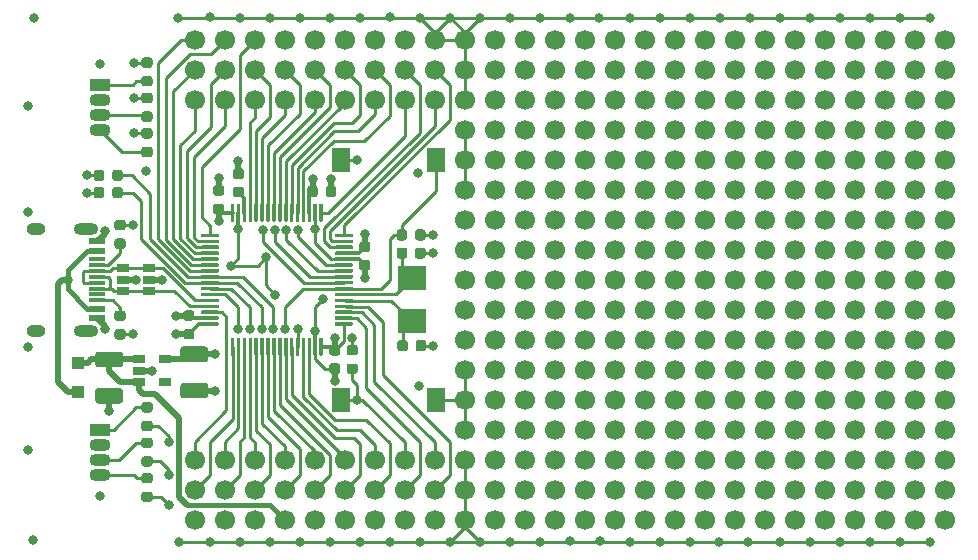
<source format=gbr>
G04 #@! TF.GenerationSoftware,KiCad,Pcbnew,5.1.9-73d0e3b20d~88~ubuntu20.04.1*
G04 #@! TF.CreationDate,2021-06-05T19:36:16+02:00*
G04 #@! TF.ProjectId,krieger,6b726965-6765-4722-9e6b-696361645f70,v2.0*
G04 #@! TF.SameCoordinates,Original*
G04 #@! TF.FileFunction,Copper,L1,Top*
G04 #@! TF.FilePolarity,Positive*
%FSLAX46Y46*%
G04 Gerber Fmt 4.6, Leading zero omitted, Abs format (unit mm)*
G04 Created by KiCad (PCBNEW 5.1.9-73d0e3b20d~88~ubuntu20.04.1) date 2021-06-05 19:36:16*
%MOMM*%
%LPD*%
G01*
G04 APERTURE LIST*
G04 #@! TA.AperFunction,ComponentPad*
%ADD10C,1.700000*%
G04 #@! TD*
G04 #@! TA.AperFunction,ComponentPad*
%ADD11O,1.600000X1.000000*%
G04 #@! TD*
G04 #@! TA.AperFunction,ComponentPad*
%ADD12O,2.100000X1.000000*%
G04 #@! TD*
G04 #@! TA.AperFunction,SMDPad,CuDef*
%ADD13R,1.450000X0.300000*%
G04 #@! TD*
G04 #@! TA.AperFunction,SMDPad,CuDef*
%ADD14R,1.450000X0.600000*%
G04 #@! TD*
G04 #@! TA.AperFunction,SMDPad,CuDef*
%ADD15R,1.060000X0.650000*%
G04 #@! TD*
G04 #@! TA.AperFunction,ComponentPad*
%ADD16O,1.800000X1.070000*%
G04 #@! TD*
G04 #@! TA.AperFunction,ComponentPad*
%ADD17R,1.800000X1.070000*%
G04 #@! TD*
G04 #@! TA.AperFunction,SMDPad,CuDef*
%ADD18R,2.400000X2.000000*%
G04 #@! TD*
G04 #@! TA.AperFunction,SMDPad,CuDef*
%ADD19R,1.000000X1.000000*%
G04 #@! TD*
G04 #@! TA.AperFunction,SMDPad,CuDef*
%ADD20R,1.500000X2.000000*%
G04 #@! TD*
G04 #@! TA.AperFunction,ViaPad*
%ADD21C,0.800000*%
G04 #@! TD*
G04 #@! TA.AperFunction,Conductor*
%ADD22C,0.250000*%
G04 #@! TD*
G04 #@! TA.AperFunction,Conductor*
%ADD23C,0.500000*%
G04 #@! TD*
G04 #@! TA.AperFunction,Conductor*
%ADD24C,0.300000*%
G04 #@! TD*
G04 #@! TA.AperFunction,Conductor*
%ADD25C,0.450000*%
G04 #@! TD*
G04 #@! TA.AperFunction,Conductor*
%ADD26C,0.400000*%
G04 #@! TD*
G04 APERTURE END LIST*
D10*
X155360000Y-79680000D03*
X152820000Y-79680000D03*
X150280000Y-79680000D03*
X147740000Y-79680000D03*
X145200000Y-79680000D03*
X142660000Y-79680000D03*
X140120000Y-79680000D03*
X137580000Y-79680000D03*
X135040000Y-79680000D03*
X155360000Y-82220000D03*
X152820000Y-82220000D03*
X150280000Y-82220000D03*
X147740000Y-82220000D03*
X145200000Y-82220000D03*
X142660000Y-82220000D03*
X140120000Y-82220000D03*
X137580000Y-82220000D03*
X135040000Y-82220000D03*
X155360000Y-84760000D03*
X152820000Y-84760000D03*
X150280000Y-84760000D03*
X147740000Y-84760000D03*
X145200000Y-84760000D03*
X142660000Y-84760000D03*
X140120000Y-84760000D03*
X137580000Y-84760000D03*
X135040000Y-84760000D03*
X155360000Y-115240000D03*
X152820000Y-115240000D03*
X150280000Y-115240000D03*
X147740000Y-115240000D03*
X145200000Y-115240000D03*
X142660000Y-115240000D03*
X140120000Y-115240000D03*
X137580000Y-115240000D03*
X135040000Y-115240000D03*
X155360000Y-117780000D03*
X152820000Y-117780000D03*
X150280000Y-117780000D03*
X147740000Y-117780000D03*
X145200000Y-117780000D03*
X142660000Y-117780000D03*
X140120000Y-117780000D03*
X137580000Y-117780000D03*
X135040000Y-117780000D03*
X155360000Y-120320000D03*
X152820000Y-120320000D03*
X150280000Y-120320000D03*
X147740000Y-120320000D03*
X145200000Y-120320000D03*
X142660000Y-120320000D03*
X140120000Y-120320000D03*
X137580000Y-120320000D03*
X135040000Y-120320000D03*
X160440000Y-79680000D03*
X160440000Y-82220000D03*
X160440000Y-84760000D03*
X160440000Y-79680000D03*
X160440000Y-84760000D03*
X160440000Y-82220000D03*
X157900000Y-79680000D03*
X157900000Y-84760000D03*
X157900000Y-82220000D03*
X160440000Y-115240000D03*
X160440000Y-117780000D03*
X160440000Y-120320000D03*
X160440000Y-115240000D03*
X160440000Y-120320000D03*
X160440000Y-117780000D03*
X157900000Y-115240000D03*
X157900000Y-120320000D03*
X157900000Y-117780000D03*
X162980000Y-82220000D03*
X162980000Y-84760000D03*
X162980000Y-79680000D03*
X162980000Y-117780000D03*
X162980000Y-120320000D03*
X162980000Y-115240000D03*
X183300000Y-115240000D03*
X183300000Y-117780000D03*
X183300000Y-112700000D03*
X165520000Y-117780000D03*
X165520000Y-120320000D03*
X165520000Y-115240000D03*
X162980000Y-97460000D03*
X165520000Y-97460000D03*
X168060000Y-97460000D03*
X170600000Y-97460000D03*
X173140000Y-97460000D03*
X175680000Y-97460000D03*
X178220000Y-97460000D03*
X180760000Y-97460000D03*
X183300000Y-97460000D03*
X185840000Y-97460000D03*
X188380000Y-97460000D03*
X190920000Y-100000000D03*
X185840000Y-115240000D03*
X162980000Y-87300000D03*
X162980000Y-89840000D03*
X162980000Y-92380000D03*
X162980000Y-94920000D03*
X165520000Y-94920000D03*
X165520000Y-92380000D03*
X165520000Y-89840000D03*
X165520000Y-87300000D03*
X165520000Y-84760000D03*
X165520000Y-120320000D03*
X165520000Y-117780000D03*
X168060000Y-117780000D03*
X168060000Y-120320000D03*
X168060000Y-84760000D03*
X168060000Y-89840000D03*
X168060000Y-87300000D03*
X168060000Y-92380000D03*
X168060000Y-94920000D03*
X170600000Y-94920000D03*
X170600000Y-92380000D03*
X170600000Y-89840000D03*
X170600000Y-87300000D03*
X170600000Y-84760000D03*
X170600000Y-120320000D03*
X170600000Y-117780000D03*
X173140000Y-117780000D03*
X173140000Y-120320000D03*
X173140000Y-84760000D03*
X173140000Y-87300000D03*
X173140000Y-89840000D03*
X173140000Y-92380000D03*
X173140000Y-94920000D03*
X175680000Y-92380000D03*
X175680000Y-89840000D03*
X175680000Y-87300000D03*
X175680000Y-84760000D03*
X175680000Y-120320000D03*
X175680000Y-117780000D03*
X178220000Y-117780000D03*
X178220000Y-120320000D03*
X178220000Y-84760000D03*
X178220000Y-87300000D03*
X178220000Y-89840000D03*
X178220000Y-92380000D03*
X178220000Y-94920000D03*
X175680000Y-94920000D03*
X180760000Y-94920000D03*
X180760000Y-92380000D03*
X180760000Y-89840000D03*
X180760000Y-87300000D03*
X180760000Y-84760000D03*
X180760000Y-120320000D03*
X180760000Y-117780000D03*
X183300000Y-117780000D03*
X183300000Y-120320000D03*
X183300000Y-84760000D03*
X183300000Y-87300000D03*
X183300000Y-89840000D03*
X183300000Y-92380000D03*
X183300000Y-94920000D03*
X185840000Y-94920000D03*
X185840000Y-92380000D03*
X185840000Y-89840000D03*
X185840000Y-87300000D03*
X188380000Y-87300000D03*
X188380000Y-89840000D03*
X188380000Y-92380000D03*
X188380000Y-94920000D03*
X190920000Y-97460000D03*
X190920000Y-94920000D03*
X190920000Y-92380000D03*
X190920000Y-89840000D03*
X190920000Y-87300000D03*
X190920000Y-112700000D03*
X188380000Y-110160000D03*
X185840000Y-110160000D03*
X185840000Y-112700000D03*
X162980000Y-100000000D03*
X165520000Y-100000000D03*
X168060000Y-100000000D03*
X170600000Y-100000000D03*
X173140000Y-100000000D03*
X175680000Y-100000000D03*
X178220000Y-100000000D03*
X180760000Y-100000000D03*
X183300000Y-100000000D03*
X185840000Y-100000000D03*
X188380000Y-100000000D03*
X190920000Y-102540000D03*
X190920000Y-105080000D03*
X190920000Y-107620000D03*
X190920000Y-110160000D03*
X188380000Y-107620000D03*
X185840000Y-107620000D03*
X183300000Y-107620000D03*
X183300000Y-110160000D03*
X183300000Y-112700000D03*
X183300000Y-115240000D03*
X162980000Y-102540000D03*
X165520000Y-102540000D03*
X168060000Y-102540000D03*
X170600000Y-102540000D03*
X173140000Y-102540000D03*
X175680000Y-102540000D03*
X178220000Y-102540000D03*
X180760000Y-102540000D03*
X183300000Y-102540000D03*
X185840000Y-102540000D03*
X188380000Y-102540000D03*
X188380000Y-105080000D03*
X185840000Y-105080000D03*
X183300000Y-105080000D03*
X180760000Y-105080000D03*
X180760000Y-107620000D03*
X180760000Y-110160000D03*
X180760000Y-112700000D03*
X180760000Y-115240000D03*
X178220000Y-115240000D03*
X175680000Y-115240000D03*
X173140000Y-115240000D03*
X170600000Y-115240000D03*
X168060000Y-115240000D03*
X165520000Y-115240000D03*
X162980000Y-107620000D03*
X162980000Y-105080000D03*
X165520000Y-105080000D03*
X168060000Y-105080000D03*
X170600000Y-105080000D03*
X173140000Y-105080000D03*
X175680000Y-105080000D03*
X178220000Y-105080000D03*
X178220000Y-107620000D03*
X178220000Y-110160000D03*
X178220000Y-112700000D03*
X175680000Y-112700000D03*
X173140000Y-112700000D03*
X170600000Y-112700000D03*
X168060000Y-112700000D03*
X165520000Y-112700000D03*
X162980000Y-112700000D03*
X162980000Y-110160000D03*
X165520000Y-110160000D03*
X165520000Y-107620000D03*
X168060000Y-107620000D03*
X170600000Y-107620000D03*
X175680000Y-107620000D03*
X175680000Y-110160000D03*
X173140000Y-110160000D03*
X170600000Y-110160000D03*
X168060000Y-110160000D03*
X173140000Y-107620000D03*
X190920000Y-84760000D03*
X188380000Y-84760000D03*
X185840000Y-84760000D03*
X190920000Y-115240000D03*
X188380000Y-115240000D03*
X188380000Y-112700000D03*
X185840000Y-117780000D03*
X185840000Y-120320000D03*
X160440000Y-102540000D03*
X160440000Y-100000000D03*
X160440000Y-105080000D03*
X160440000Y-112700000D03*
X160440000Y-110160000D03*
X160440000Y-107620000D03*
X160440000Y-87300000D03*
X160440000Y-89840000D03*
X160440000Y-97460000D03*
X160440000Y-92380000D03*
X160440000Y-94920000D03*
X157900000Y-97460000D03*
X157900000Y-94920000D03*
X157900000Y-102540000D03*
X157900000Y-100000000D03*
X157900000Y-89840000D03*
X157900000Y-92380000D03*
X157900000Y-87300000D03*
X157900000Y-110160000D03*
X157900000Y-107620000D03*
X157900000Y-105080000D03*
X157900000Y-112700000D03*
X168060000Y-79680000D03*
X168060000Y-82220000D03*
X170600000Y-82220000D03*
X173140000Y-82220000D03*
X173140000Y-79680000D03*
X170600000Y-79680000D03*
X175680000Y-82220000D03*
X175680000Y-79680000D03*
X178220000Y-82220000D03*
X178220000Y-79680000D03*
X183300000Y-82220000D03*
X180760000Y-82220000D03*
X180760000Y-79680000D03*
X183300000Y-79680000D03*
X185840000Y-82220000D03*
X185840000Y-79680000D03*
X165520000Y-79680000D03*
X165520000Y-79680000D03*
X165520000Y-82220000D03*
X188380000Y-117780000D03*
X188380000Y-120320000D03*
X190920000Y-117780000D03*
X190920000Y-120320000D03*
X188380000Y-79680000D03*
X190920000Y-79680000D03*
X190920000Y-82220000D03*
X188380000Y-82220000D03*
X193460000Y-84760000D03*
X196000000Y-97460000D03*
X198540000Y-100000000D03*
X193460000Y-97460000D03*
X193460000Y-115240000D03*
X198540000Y-110160000D03*
X193460000Y-110160000D03*
X198540000Y-87300000D03*
X193460000Y-120320000D03*
X193460000Y-117780000D03*
X196000000Y-87300000D03*
X198540000Y-117780000D03*
X196000000Y-120320000D03*
X193460000Y-102540000D03*
X193460000Y-79680000D03*
X196000000Y-94920000D03*
X196000000Y-112700000D03*
X196000000Y-115240000D03*
X198540000Y-94920000D03*
X193460000Y-107620000D03*
X193460000Y-105080000D03*
X198540000Y-89840000D03*
X198540000Y-105080000D03*
X193460000Y-112700000D03*
X196000000Y-107620000D03*
X198540000Y-115240000D03*
X198540000Y-112700000D03*
X196000000Y-110160000D03*
X196000000Y-82220000D03*
X196000000Y-79680000D03*
X198540000Y-120320000D03*
X198540000Y-82220000D03*
X198540000Y-79680000D03*
X198540000Y-84760000D03*
X193460000Y-100000000D03*
X196000000Y-84760000D03*
X193460000Y-87300000D03*
X193460000Y-82220000D03*
X193460000Y-94920000D03*
X198540000Y-102540000D03*
X198540000Y-97460000D03*
X193460000Y-89840000D03*
X196000000Y-89840000D03*
X196000000Y-100000000D03*
X196000000Y-105080000D03*
X196000000Y-117780000D03*
X193460000Y-92380000D03*
X198540000Y-107620000D03*
X198540000Y-92380000D03*
X196000000Y-92380000D03*
X196000000Y-102540000D03*
G04 #@! TA.AperFunction,SMDPad,CuDef*
G36*
G01*
X130743750Y-81185000D02*
X131256250Y-81185000D01*
G75*
G02*
X131475000Y-81403750I0J-218750D01*
G01*
X131475000Y-81841250D01*
G75*
G02*
X131256250Y-82060000I-218750J0D01*
G01*
X130743750Y-82060000D01*
G75*
G02*
X130525000Y-81841250I0J218750D01*
G01*
X130525000Y-81403750D01*
G75*
G02*
X130743750Y-81185000I218750J0D01*
G01*
G37*
G04 #@! TD.AperFunction*
G04 #@! TA.AperFunction,SMDPad,CuDef*
G36*
G01*
X130743750Y-82760000D02*
X131256250Y-82760000D01*
G75*
G02*
X131475000Y-82978750I0J-218750D01*
G01*
X131475000Y-83416250D01*
G75*
G02*
X131256250Y-83635000I-218750J0D01*
G01*
X130743750Y-83635000D01*
G75*
G02*
X130525000Y-83416250I0J218750D01*
G01*
X130525000Y-82978750D01*
G75*
G02*
X130743750Y-82760000I218750J0D01*
G01*
G37*
G04 #@! TD.AperFunction*
D11*
X121640000Y-104320000D03*
X121640000Y-95680000D03*
D12*
X125820000Y-95680000D03*
X125820000Y-104320000D03*
D13*
X126735000Y-99750000D03*
X126735000Y-101750000D03*
X126735000Y-101250000D03*
X126735000Y-100750000D03*
X126735000Y-100250000D03*
X126735000Y-99250000D03*
X126735000Y-98750000D03*
X126735000Y-98250000D03*
D14*
X126735000Y-103250000D03*
X126735000Y-102450000D03*
X126735000Y-97550000D03*
X126735000Y-96750000D03*
X126735000Y-96750000D03*
X126735000Y-97550000D03*
X126735000Y-102450000D03*
X126735000Y-103250000D03*
G04 #@! TA.AperFunction,SMDPad,CuDef*
G36*
G01*
X128463750Y-94935000D02*
X128976250Y-94935000D01*
G75*
G02*
X129195000Y-95153750I0J-218750D01*
G01*
X129195000Y-95591250D01*
G75*
G02*
X128976250Y-95810000I-218750J0D01*
G01*
X128463750Y-95810000D01*
G75*
G02*
X128245000Y-95591250I0J218750D01*
G01*
X128245000Y-95153750D01*
G75*
G02*
X128463750Y-94935000I218750J0D01*
G01*
G37*
G04 #@! TD.AperFunction*
G04 #@! TA.AperFunction,SMDPad,CuDef*
G36*
G01*
X128463750Y-96510000D02*
X128976250Y-96510000D01*
G75*
G02*
X129195000Y-96728750I0J-218750D01*
G01*
X129195000Y-97166250D01*
G75*
G02*
X128976250Y-97385000I-218750J0D01*
G01*
X128463750Y-97385000D01*
G75*
G02*
X128245000Y-97166250I0J218750D01*
G01*
X128245000Y-96728750D01*
G75*
G02*
X128463750Y-96510000I218750J0D01*
G01*
G37*
G04 #@! TD.AperFunction*
G04 #@! TA.AperFunction,SMDPad,CuDef*
G36*
G01*
X126874997Y-109165000D02*
X128725003Y-109165000D01*
G75*
G02*
X128975000Y-109414997I0J-249997D01*
G01*
X128975000Y-110240003D01*
G75*
G02*
X128725003Y-110490000I-249997J0D01*
G01*
X126874997Y-110490000D01*
G75*
G02*
X126625000Y-110240003I0J249997D01*
G01*
X126625000Y-109414997D01*
G75*
G02*
X126874997Y-109165000I249997J0D01*
G01*
G37*
G04 #@! TD.AperFunction*
G04 #@! TA.AperFunction,SMDPad,CuDef*
G36*
G01*
X126874997Y-106090000D02*
X128725003Y-106090000D01*
G75*
G02*
X128975000Y-106339997I0J-249997D01*
G01*
X128975000Y-107165003D01*
G75*
G02*
X128725003Y-107415000I-249997J0D01*
G01*
X126874997Y-107415000D01*
G75*
G02*
X126625000Y-107165003I0J249997D01*
G01*
X126625000Y-106339997D01*
G75*
G02*
X126874997Y-106090000I249997J0D01*
G01*
G37*
G04 #@! TD.AperFunction*
G04 #@! TA.AperFunction,SMDPad,CuDef*
G36*
G01*
X134084997Y-105650000D02*
X135935003Y-105650000D01*
G75*
G02*
X136185000Y-105899997I0J-249997D01*
G01*
X136185000Y-106725003D01*
G75*
G02*
X135935003Y-106975000I-249997J0D01*
G01*
X134084997Y-106975000D01*
G75*
G02*
X133835000Y-106725003I0J249997D01*
G01*
X133835000Y-105899997D01*
G75*
G02*
X134084997Y-105650000I249997J0D01*
G01*
G37*
G04 #@! TD.AperFunction*
G04 #@! TA.AperFunction,SMDPad,CuDef*
G36*
G01*
X134084997Y-108725000D02*
X135935003Y-108725000D01*
G75*
G02*
X136185000Y-108974997I0J-249997D01*
G01*
X136185000Y-109800003D01*
G75*
G02*
X135935003Y-110050000I-249997J0D01*
G01*
X134084997Y-110050000D01*
G75*
G02*
X133835000Y-109800003I0J249997D01*
G01*
X133835000Y-108974997D01*
G75*
G02*
X134084997Y-108725000I249997J0D01*
G01*
G37*
G04 #@! TD.AperFunction*
G04 #@! TA.AperFunction,SMDPad,CuDef*
G36*
G01*
X149193750Y-98350000D02*
X149706250Y-98350000D01*
G75*
G02*
X149925000Y-98568750I0J-218750D01*
G01*
X149925000Y-99006250D01*
G75*
G02*
X149706250Y-99225000I-218750J0D01*
G01*
X149193750Y-99225000D01*
G75*
G02*
X148975000Y-99006250I0J218750D01*
G01*
X148975000Y-98568750D01*
G75*
G02*
X149193750Y-98350000I218750J0D01*
G01*
G37*
G04 #@! TD.AperFunction*
G04 #@! TA.AperFunction,SMDPad,CuDef*
G36*
G01*
X149193750Y-96775000D02*
X149706250Y-96775000D01*
G75*
G02*
X149925000Y-96993750I0J-218750D01*
G01*
X149925000Y-97431250D01*
G75*
G02*
X149706250Y-97650000I-218750J0D01*
G01*
X149193750Y-97650000D01*
G75*
G02*
X148975000Y-97431250I0J218750D01*
G01*
X148975000Y-96993750D01*
G75*
G02*
X149193750Y-96775000I218750J0D01*
G01*
G37*
G04 #@! TD.AperFunction*
G04 #@! TA.AperFunction,SMDPad,CuDef*
G36*
G01*
X134806250Y-105045000D02*
X134293750Y-105045000D01*
G75*
G02*
X134075000Y-104826250I0J218750D01*
G01*
X134075000Y-104388750D01*
G75*
G02*
X134293750Y-104170000I218750J0D01*
G01*
X134806250Y-104170000D01*
G75*
G02*
X135025000Y-104388750I0J-218750D01*
G01*
X135025000Y-104826250D01*
G75*
G02*
X134806250Y-105045000I-218750J0D01*
G01*
G37*
G04 #@! TD.AperFunction*
G04 #@! TA.AperFunction,SMDPad,CuDef*
G36*
G01*
X134806250Y-103470000D02*
X134293750Y-103470000D01*
G75*
G02*
X134075000Y-103251250I0J218750D01*
G01*
X134075000Y-102813750D01*
G75*
G02*
X134293750Y-102595000I218750J0D01*
G01*
X134806250Y-102595000D01*
G75*
G02*
X135025000Y-102813750I0J-218750D01*
G01*
X135025000Y-103251250D01*
G75*
G02*
X134806250Y-103470000I-218750J0D01*
G01*
G37*
G04 #@! TD.AperFunction*
G04 #@! TA.AperFunction,SMDPad,CuDef*
G36*
G01*
X146160000Y-92786250D02*
X146160000Y-92273750D01*
G75*
G02*
X146378750Y-92055000I218750J0D01*
G01*
X146816250Y-92055000D01*
G75*
G02*
X147035000Y-92273750I0J-218750D01*
G01*
X147035000Y-92786250D01*
G75*
G02*
X146816250Y-93005000I-218750J0D01*
G01*
X146378750Y-93005000D01*
G75*
G02*
X146160000Y-92786250I0J218750D01*
G01*
G37*
G04 #@! TD.AperFunction*
G04 #@! TA.AperFunction,SMDPad,CuDef*
G36*
G01*
X144585000Y-92786250D02*
X144585000Y-92273750D01*
G75*
G02*
X144803750Y-92055000I218750J0D01*
G01*
X145241250Y-92055000D01*
G75*
G02*
X145460000Y-92273750I0J-218750D01*
G01*
X145460000Y-92786250D01*
G75*
G02*
X145241250Y-93005000I-218750J0D01*
G01*
X144803750Y-93005000D01*
G75*
G02*
X144585000Y-92786250I0J218750D01*
G01*
G37*
G04 #@! TD.AperFunction*
G04 #@! TA.AperFunction,SMDPad,CuDef*
G36*
G01*
X137326250Y-94455000D02*
X136813750Y-94455000D01*
G75*
G02*
X136595000Y-94236250I0J218750D01*
G01*
X136595000Y-93798750D01*
G75*
G02*
X136813750Y-93580000I218750J0D01*
G01*
X137326250Y-93580000D01*
G75*
G02*
X137545000Y-93798750I0J-218750D01*
G01*
X137545000Y-94236250D01*
G75*
G02*
X137326250Y-94455000I-218750J0D01*
G01*
G37*
G04 #@! TD.AperFunction*
G04 #@! TA.AperFunction,SMDPad,CuDef*
G36*
G01*
X137326250Y-92880000D02*
X136813750Y-92880000D01*
G75*
G02*
X136595000Y-92661250I0J218750D01*
G01*
X136595000Y-92223750D01*
G75*
G02*
X136813750Y-92005000I218750J0D01*
G01*
X137326250Y-92005000D01*
G75*
G02*
X137545000Y-92223750I0J-218750D01*
G01*
X137545000Y-92661250D01*
G75*
G02*
X137326250Y-92880000I-218750J0D01*
G01*
G37*
G04 #@! TD.AperFunction*
G04 #@! TA.AperFunction,SMDPad,CuDef*
G36*
G01*
X152135000Y-96466250D02*
X152135000Y-95953750D01*
G75*
G02*
X152353750Y-95735000I218750J0D01*
G01*
X152791250Y-95735000D01*
G75*
G02*
X153010000Y-95953750I0J-218750D01*
G01*
X153010000Y-96466250D01*
G75*
G02*
X152791250Y-96685000I-218750J0D01*
G01*
X152353750Y-96685000D01*
G75*
G02*
X152135000Y-96466250I0J218750D01*
G01*
G37*
G04 #@! TD.AperFunction*
G04 #@! TA.AperFunction,SMDPad,CuDef*
G36*
G01*
X153710000Y-96466250D02*
X153710000Y-95953750D01*
G75*
G02*
X153928750Y-95735000I218750J0D01*
G01*
X154366250Y-95735000D01*
G75*
G02*
X154585000Y-95953750I0J-218750D01*
G01*
X154585000Y-96466250D01*
G75*
G02*
X154366250Y-96685000I-218750J0D01*
G01*
X153928750Y-96685000D01*
G75*
G02*
X153710000Y-96466250I0J218750D01*
G01*
G37*
G04 #@! TD.AperFunction*
G04 #@! TA.AperFunction,SMDPad,CuDef*
G36*
G01*
X128976250Y-103490000D02*
X128463750Y-103490000D01*
G75*
G02*
X128245000Y-103271250I0J218750D01*
G01*
X128245000Y-102833750D01*
G75*
G02*
X128463750Y-102615000I218750J0D01*
G01*
X128976250Y-102615000D01*
G75*
G02*
X129195000Y-102833750I0J-218750D01*
G01*
X129195000Y-103271250D01*
G75*
G02*
X128976250Y-103490000I-218750J0D01*
G01*
G37*
G04 #@! TD.AperFunction*
G04 #@! TA.AperFunction,SMDPad,CuDef*
G36*
G01*
X128976250Y-105065000D02*
X128463750Y-105065000D01*
G75*
G02*
X128245000Y-104846250I0J218750D01*
G01*
X128245000Y-104408750D01*
G75*
G02*
X128463750Y-104190000I218750J0D01*
G01*
X128976250Y-104190000D01*
G75*
G02*
X129195000Y-104408750I0J-218750D01*
G01*
X129195000Y-104846250D01*
G75*
G02*
X128976250Y-105065000I-218750J0D01*
G01*
G37*
G04 #@! TD.AperFunction*
G04 #@! TA.AperFunction,SMDPad,CuDef*
G36*
G01*
X148636250Y-107975000D02*
X148123750Y-107975000D01*
G75*
G02*
X147905000Y-107756250I0J218750D01*
G01*
X147905000Y-107318750D01*
G75*
G02*
X148123750Y-107100000I218750J0D01*
G01*
X148636250Y-107100000D01*
G75*
G02*
X148855000Y-107318750I0J-218750D01*
G01*
X148855000Y-107756250D01*
G75*
G02*
X148636250Y-107975000I-218750J0D01*
G01*
G37*
G04 #@! TD.AperFunction*
G04 #@! TA.AperFunction,SMDPad,CuDef*
G36*
G01*
X148636250Y-106400000D02*
X148123750Y-106400000D01*
G75*
G02*
X147905000Y-106181250I0J218750D01*
G01*
X147905000Y-105743750D01*
G75*
G02*
X148123750Y-105525000I218750J0D01*
G01*
X148636250Y-105525000D01*
G75*
G02*
X148855000Y-105743750I0J-218750D01*
G01*
X148855000Y-106181250D01*
G75*
G02*
X148636250Y-106400000I-218750J0D01*
G01*
G37*
G04 #@! TD.AperFunction*
G04 #@! TA.AperFunction,SMDPad,CuDef*
G36*
G01*
X130743750Y-85750000D02*
X131256250Y-85750000D01*
G75*
G02*
X131475000Y-85968750I0J-218750D01*
G01*
X131475000Y-86406250D01*
G75*
G02*
X131256250Y-86625000I-218750J0D01*
G01*
X130743750Y-86625000D01*
G75*
G02*
X130525000Y-86406250I0J218750D01*
G01*
X130525000Y-85968750D01*
G75*
G02*
X130743750Y-85750000I218750J0D01*
G01*
G37*
G04 #@! TD.AperFunction*
G04 #@! TA.AperFunction,SMDPad,CuDef*
G36*
G01*
X130743750Y-84175000D02*
X131256250Y-84175000D01*
G75*
G02*
X131475000Y-84393750I0J-218750D01*
G01*
X131475000Y-84831250D01*
G75*
G02*
X131256250Y-85050000I-218750J0D01*
G01*
X130743750Y-85050000D01*
G75*
G02*
X130525000Y-84831250I0J218750D01*
G01*
X130525000Y-84393750D01*
G75*
G02*
X130743750Y-84175000I218750J0D01*
G01*
G37*
G04 #@! TD.AperFunction*
G04 #@! TA.AperFunction,SMDPad,CuDef*
G36*
G01*
X130743750Y-87175000D02*
X131256250Y-87175000D01*
G75*
G02*
X131475000Y-87393750I0J-218750D01*
G01*
X131475000Y-87831250D01*
G75*
G02*
X131256250Y-88050000I-218750J0D01*
G01*
X130743750Y-88050000D01*
G75*
G02*
X130525000Y-87831250I0J218750D01*
G01*
X130525000Y-87393750D01*
G75*
G02*
X130743750Y-87175000I218750J0D01*
G01*
G37*
G04 #@! TD.AperFunction*
G04 #@! TA.AperFunction,SMDPad,CuDef*
G36*
G01*
X130743750Y-88750000D02*
X131256250Y-88750000D01*
G75*
G02*
X131475000Y-88968750I0J-218750D01*
G01*
X131475000Y-89406250D01*
G75*
G02*
X131256250Y-89625000I-218750J0D01*
G01*
X130743750Y-89625000D01*
G75*
G02*
X130525000Y-89406250I0J218750D01*
G01*
X130525000Y-88968750D01*
G75*
G02*
X130743750Y-88750000I218750J0D01*
G01*
G37*
G04 #@! TD.AperFunction*
G04 #@! TA.AperFunction,SMDPad,CuDef*
G36*
G01*
X131266250Y-111250000D02*
X130753750Y-111250000D01*
G75*
G02*
X130535000Y-111031250I0J218750D01*
G01*
X130535000Y-110593750D01*
G75*
G02*
X130753750Y-110375000I218750J0D01*
G01*
X131266250Y-110375000D01*
G75*
G02*
X131485000Y-110593750I0J-218750D01*
G01*
X131485000Y-111031250D01*
G75*
G02*
X131266250Y-111250000I-218750J0D01*
G01*
G37*
G04 #@! TD.AperFunction*
G04 #@! TA.AperFunction,SMDPad,CuDef*
G36*
G01*
X131266250Y-112825000D02*
X130753750Y-112825000D01*
G75*
G02*
X130535000Y-112606250I0J218750D01*
G01*
X130535000Y-112168750D01*
G75*
G02*
X130753750Y-111950000I218750J0D01*
G01*
X131266250Y-111950000D01*
G75*
G02*
X131485000Y-112168750I0J-218750D01*
G01*
X131485000Y-112606250D01*
G75*
G02*
X131266250Y-112825000I-218750J0D01*
G01*
G37*
G04 #@! TD.AperFunction*
D15*
X130300000Y-106750000D03*
X130300000Y-107700000D03*
X130300000Y-108650000D03*
X132500000Y-108650000D03*
X132500000Y-106750000D03*
X131200000Y-100950000D03*
X131200000Y-100000000D03*
X131200000Y-99050000D03*
X129000000Y-99050000D03*
X129000000Y-100950000D03*
X129000000Y-100000000D03*
D16*
X127000000Y-87310000D03*
X127000000Y-86040000D03*
X127000000Y-84770000D03*
D17*
X127000000Y-83500000D03*
X127000000Y-112700000D03*
D16*
X127000000Y-113970000D03*
X127000000Y-115240000D03*
X127000000Y-116510000D03*
G04 #@! TA.AperFunction,SMDPad,CuDef*
G36*
G01*
X131266250Y-115825000D02*
X130753750Y-115825000D01*
G75*
G02*
X130535000Y-115606250I0J218750D01*
G01*
X130535000Y-115168750D01*
G75*
G02*
X130753750Y-114950000I218750J0D01*
G01*
X131266250Y-114950000D01*
G75*
G02*
X131485000Y-115168750I0J-218750D01*
G01*
X131485000Y-115606250D01*
G75*
G02*
X131266250Y-115825000I-218750J0D01*
G01*
G37*
G04 #@! TD.AperFunction*
G04 #@! TA.AperFunction,SMDPad,CuDef*
G36*
G01*
X131266250Y-114250000D02*
X130753750Y-114250000D01*
G75*
G02*
X130535000Y-114031250I0J218750D01*
G01*
X130535000Y-113593750D01*
G75*
G02*
X130753750Y-113375000I218750J0D01*
G01*
X131266250Y-113375000D01*
G75*
G02*
X131485000Y-113593750I0J-218750D01*
G01*
X131485000Y-114031250D01*
G75*
G02*
X131266250Y-114250000I-218750J0D01*
G01*
G37*
G04 #@! TD.AperFunction*
G04 #@! TA.AperFunction,SMDPad,CuDef*
G36*
G01*
X131266250Y-117250000D02*
X130753750Y-117250000D01*
G75*
G02*
X130535000Y-117031250I0J218750D01*
G01*
X130535000Y-116593750D01*
G75*
G02*
X130753750Y-116375000I218750J0D01*
G01*
X131266250Y-116375000D01*
G75*
G02*
X131485000Y-116593750I0J-218750D01*
G01*
X131485000Y-117031250D01*
G75*
G02*
X131266250Y-117250000I-218750J0D01*
G01*
G37*
G04 #@! TD.AperFunction*
G04 #@! TA.AperFunction,SMDPad,CuDef*
G36*
G01*
X131266250Y-118825000D02*
X130753750Y-118825000D01*
G75*
G02*
X130535000Y-118606250I0J218750D01*
G01*
X130535000Y-118168750D01*
G75*
G02*
X130753750Y-117950000I218750J0D01*
G01*
X131266250Y-117950000D01*
G75*
G02*
X131485000Y-118168750I0J-218750D01*
G01*
X131485000Y-118606250D01*
G75*
G02*
X131266250Y-118825000I-218750J0D01*
G01*
G37*
G04 #@! TD.AperFunction*
G04 #@! TA.AperFunction,SMDPad,CuDef*
G36*
G01*
X128935000Y-90913750D02*
X128935000Y-91426250D01*
G75*
G02*
X128716250Y-91645000I-218750J0D01*
G01*
X128278750Y-91645000D01*
G75*
G02*
X128060000Y-91426250I0J218750D01*
G01*
X128060000Y-90913750D01*
G75*
G02*
X128278750Y-90695000I218750J0D01*
G01*
X128716250Y-90695000D01*
G75*
G02*
X128935000Y-90913750I0J-218750D01*
G01*
G37*
G04 #@! TD.AperFunction*
G04 #@! TA.AperFunction,SMDPad,CuDef*
G36*
G01*
X127360000Y-90913750D02*
X127360000Y-91426250D01*
G75*
G02*
X127141250Y-91645000I-218750J0D01*
G01*
X126703750Y-91645000D01*
G75*
G02*
X126485000Y-91426250I0J218750D01*
G01*
X126485000Y-90913750D01*
G75*
G02*
X126703750Y-90695000I218750J0D01*
G01*
X127141250Y-90695000D01*
G75*
G02*
X127360000Y-90913750I0J-218750D01*
G01*
G37*
G04 #@! TD.AperFunction*
G04 #@! TA.AperFunction,SMDPad,CuDef*
G36*
G01*
X127370000Y-92373750D02*
X127370000Y-92886250D01*
G75*
G02*
X127151250Y-93105000I-218750J0D01*
G01*
X126713750Y-93105000D01*
G75*
G02*
X126495000Y-92886250I0J218750D01*
G01*
X126495000Y-92373750D01*
G75*
G02*
X126713750Y-92155000I218750J0D01*
G01*
X127151250Y-92155000D01*
G75*
G02*
X127370000Y-92373750I0J-218750D01*
G01*
G37*
G04 #@! TD.AperFunction*
G04 #@! TA.AperFunction,SMDPad,CuDef*
G36*
G01*
X128945000Y-92373750D02*
X128945000Y-92886250D01*
G75*
G02*
X128726250Y-93105000I-218750J0D01*
G01*
X128288750Y-93105000D01*
G75*
G02*
X128070000Y-92886250I0J218750D01*
G01*
X128070000Y-92373750D01*
G75*
G02*
X128288750Y-92155000I218750J0D01*
G01*
X128726250Y-92155000D01*
G75*
G02*
X128945000Y-92373750I0J-218750D01*
G01*
G37*
G04 #@! TD.AperFunction*
G04 #@! TA.AperFunction,SMDPad,CuDef*
G36*
G01*
X146650000Y-105525000D02*
X147150000Y-105525000D01*
G75*
G02*
X147375000Y-105750000I0J-225000D01*
G01*
X147375000Y-106200000D01*
G75*
G02*
X147150000Y-106425000I-225000J0D01*
G01*
X146650000Y-106425000D01*
G75*
G02*
X146425000Y-106200000I0J225000D01*
G01*
X146425000Y-105750000D01*
G75*
G02*
X146650000Y-105525000I225000J0D01*
G01*
G37*
G04 #@! TD.AperFunction*
G04 #@! TA.AperFunction,SMDPad,CuDef*
G36*
G01*
X146650000Y-107075000D02*
X147150000Y-107075000D01*
G75*
G02*
X147375000Y-107300000I0J-225000D01*
G01*
X147375000Y-107750000D01*
G75*
G02*
X147150000Y-107975000I-225000J0D01*
G01*
X146650000Y-107975000D01*
G75*
G02*
X146425000Y-107750000I0J225000D01*
G01*
X146425000Y-107300000D01*
G75*
G02*
X146650000Y-107075000I225000J0D01*
G01*
G37*
G04 #@! TD.AperFunction*
G04 #@! TA.AperFunction,SMDPad,CuDef*
G36*
G01*
X153745000Y-105830000D02*
X153745000Y-105330000D01*
G75*
G02*
X153970000Y-105105000I225000J0D01*
G01*
X154420000Y-105105000D01*
G75*
G02*
X154645000Y-105330000I0J-225000D01*
G01*
X154645000Y-105830000D01*
G75*
G02*
X154420000Y-106055000I-225000J0D01*
G01*
X153970000Y-106055000D01*
G75*
G02*
X153745000Y-105830000I0J225000D01*
G01*
G37*
G04 #@! TD.AperFunction*
G04 #@! TA.AperFunction,SMDPad,CuDef*
G36*
G01*
X152195000Y-105830000D02*
X152195000Y-105330000D01*
G75*
G02*
X152420000Y-105105000I225000J0D01*
G01*
X152870000Y-105105000D01*
G75*
G02*
X153095000Y-105330000I0J-225000D01*
G01*
X153095000Y-105830000D01*
G75*
G02*
X152870000Y-106055000I-225000J0D01*
G01*
X152420000Y-106055000D01*
G75*
G02*
X152195000Y-105830000I0J225000D01*
G01*
G37*
G04 #@! TD.AperFunction*
G04 #@! TA.AperFunction,SMDPad,CuDef*
G36*
G01*
X152135000Y-98000000D02*
X152135000Y-97500000D01*
G75*
G02*
X152360000Y-97275000I225000J0D01*
G01*
X152810000Y-97275000D01*
G75*
G02*
X153035000Y-97500000I0J-225000D01*
G01*
X153035000Y-98000000D01*
G75*
G02*
X152810000Y-98225000I-225000J0D01*
G01*
X152360000Y-98225000D01*
G75*
G02*
X152135000Y-98000000I0J225000D01*
G01*
G37*
G04 #@! TD.AperFunction*
G04 #@! TA.AperFunction,SMDPad,CuDef*
G36*
G01*
X153685000Y-98000000D02*
X153685000Y-97500000D01*
G75*
G02*
X153910000Y-97275000I225000J0D01*
G01*
X154360000Y-97275000D01*
G75*
G02*
X154585000Y-97500000I0J-225000D01*
G01*
X154585000Y-98000000D01*
G75*
G02*
X154360000Y-98225000I-225000J0D01*
G01*
X153910000Y-98225000D01*
G75*
G02*
X153685000Y-98000000I0J225000D01*
G01*
G37*
G04 #@! TD.AperFunction*
G04 #@! TA.AperFunction,SMDPad,CuDef*
G36*
G01*
X139000000Y-91475000D02*
X138500000Y-91475000D01*
G75*
G02*
X138275000Y-91250000I0J225000D01*
G01*
X138275000Y-90800000D01*
G75*
G02*
X138500000Y-90575000I225000J0D01*
G01*
X139000000Y-90575000D01*
G75*
G02*
X139225000Y-90800000I0J-225000D01*
G01*
X139225000Y-91250000D01*
G75*
G02*
X139000000Y-91475000I-225000J0D01*
G01*
G37*
G04 #@! TD.AperFunction*
G04 #@! TA.AperFunction,SMDPad,CuDef*
G36*
G01*
X139000000Y-93025000D02*
X138500000Y-93025000D01*
G75*
G02*
X138275000Y-92800000I0J225000D01*
G01*
X138275000Y-92350000D01*
G75*
G02*
X138500000Y-92125000I225000J0D01*
G01*
X139000000Y-92125000D01*
G75*
G02*
X139225000Y-92350000I0J-225000D01*
G01*
X139225000Y-92800000D01*
G75*
G02*
X139000000Y-93025000I-225000J0D01*
G01*
G37*
G04 #@! TD.AperFunction*
G04 #@! TA.AperFunction,SMDPad,CuDef*
G36*
G01*
X148450000Y-103675000D02*
X148450000Y-103825000D01*
G75*
G02*
X148375000Y-103900000I-75000J0D01*
G01*
X146975000Y-103900000D01*
G75*
G02*
X146900000Y-103825000I0J75000D01*
G01*
X146900000Y-103675000D01*
G75*
G02*
X146975000Y-103600000I75000J0D01*
G01*
X148375000Y-103600000D01*
G75*
G02*
X148450000Y-103675000I0J-75000D01*
G01*
G37*
G04 #@! TD.AperFunction*
G04 #@! TA.AperFunction,SMDPad,CuDef*
G36*
G01*
X148450000Y-103175000D02*
X148450000Y-103325000D01*
G75*
G02*
X148375000Y-103400000I-75000J0D01*
G01*
X146975000Y-103400000D01*
G75*
G02*
X146900000Y-103325000I0J75000D01*
G01*
X146900000Y-103175000D01*
G75*
G02*
X146975000Y-103100000I75000J0D01*
G01*
X148375000Y-103100000D01*
G75*
G02*
X148450000Y-103175000I0J-75000D01*
G01*
G37*
G04 #@! TD.AperFunction*
G04 #@! TA.AperFunction,SMDPad,CuDef*
G36*
G01*
X148450000Y-102675000D02*
X148450000Y-102825000D01*
G75*
G02*
X148375000Y-102900000I-75000J0D01*
G01*
X146975000Y-102900000D01*
G75*
G02*
X146900000Y-102825000I0J75000D01*
G01*
X146900000Y-102675000D01*
G75*
G02*
X146975000Y-102600000I75000J0D01*
G01*
X148375000Y-102600000D01*
G75*
G02*
X148450000Y-102675000I0J-75000D01*
G01*
G37*
G04 #@! TD.AperFunction*
G04 #@! TA.AperFunction,SMDPad,CuDef*
G36*
G01*
X148450000Y-102175000D02*
X148450000Y-102325000D01*
G75*
G02*
X148375000Y-102400000I-75000J0D01*
G01*
X146975000Y-102400000D01*
G75*
G02*
X146900000Y-102325000I0J75000D01*
G01*
X146900000Y-102175000D01*
G75*
G02*
X146975000Y-102100000I75000J0D01*
G01*
X148375000Y-102100000D01*
G75*
G02*
X148450000Y-102175000I0J-75000D01*
G01*
G37*
G04 #@! TD.AperFunction*
G04 #@! TA.AperFunction,SMDPad,CuDef*
G36*
G01*
X148450000Y-101675000D02*
X148450000Y-101825000D01*
G75*
G02*
X148375000Y-101900000I-75000J0D01*
G01*
X146975000Y-101900000D01*
G75*
G02*
X146900000Y-101825000I0J75000D01*
G01*
X146900000Y-101675000D01*
G75*
G02*
X146975000Y-101600000I75000J0D01*
G01*
X148375000Y-101600000D01*
G75*
G02*
X148450000Y-101675000I0J-75000D01*
G01*
G37*
G04 #@! TD.AperFunction*
G04 #@! TA.AperFunction,SMDPad,CuDef*
G36*
G01*
X148450000Y-101175000D02*
X148450000Y-101325000D01*
G75*
G02*
X148375000Y-101400000I-75000J0D01*
G01*
X146975000Y-101400000D01*
G75*
G02*
X146900000Y-101325000I0J75000D01*
G01*
X146900000Y-101175000D01*
G75*
G02*
X146975000Y-101100000I75000J0D01*
G01*
X148375000Y-101100000D01*
G75*
G02*
X148450000Y-101175000I0J-75000D01*
G01*
G37*
G04 #@! TD.AperFunction*
G04 #@! TA.AperFunction,SMDPad,CuDef*
G36*
G01*
X148450000Y-100675000D02*
X148450000Y-100825000D01*
G75*
G02*
X148375000Y-100900000I-75000J0D01*
G01*
X146975000Y-100900000D01*
G75*
G02*
X146900000Y-100825000I0J75000D01*
G01*
X146900000Y-100675000D01*
G75*
G02*
X146975000Y-100600000I75000J0D01*
G01*
X148375000Y-100600000D01*
G75*
G02*
X148450000Y-100675000I0J-75000D01*
G01*
G37*
G04 #@! TD.AperFunction*
G04 #@! TA.AperFunction,SMDPad,CuDef*
G36*
G01*
X148450000Y-100175000D02*
X148450000Y-100325000D01*
G75*
G02*
X148375000Y-100400000I-75000J0D01*
G01*
X146975000Y-100400000D01*
G75*
G02*
X146900000Y-100325000I0J75000D01*
G01*
X146900000Y-100175000D01*
G75*
G02*
X146975000Y-100100000I75000J0D01*
G01*
X148375000Y-100100000D01*
G75*
G02*
X148450000Y-100175000I0J-75000D01*
G01*
G37*
G04 #@! TD.AperFunction*
G04 #@! TA.AperFunction,SMDPad,CuDef*
G36*
G01*
X148450000Y-99675000D02*
X148450000Y-99825000D01*
G75*
G02*
X148375000Y-99900000I-75000J0D01*
G01*
X146975000Y-99900000D01*
G75*
G02*
X146900000Y-99825000I0J75000D01*
G01*
X146900000Y-99675000D01*
G75*
G02*
X146975000Y-99600000I75000J0D01*
G01*
X148375000Y-99600000D01*
G75*
G02*
X148450000Y-99675000I0J-75000D01*
G01*
G37*
G04 #@! TD.AperFunction*
G04 #@! TA.AperFunction,SMDPad,CuDef*
G36*
G01*
X148450000Y-99175000D02*
X148450000Y-99325000D01*
G75*
G02*
X148375000Y-99400000I-75000J0D01*
G01*
X146975000Y-99400000D01*
G75*
G02*
X146900000Y-99325000I0J75000D01*
G01*
X146900000Y-99175000D01*
G75*
G02*
X146975000Y-99100000I75000J0D01*
G01*
X148375000Y-99100000D01*
G75*
G02*
X148450000Y-99175000I0J-75000D01*
G01*
G37*
G04 #@! TD.AperFunction*
G04 #@! TA.AperFunction,SMDPad,CuDef*
G36*
G01*
X148450000Y-98675000D02*
X148450000Y-98825000D01*
G75*
G02*
X148375000Y-98900000I-75000J0D01*
G01*
X146975000Y-98900000D01*
G75*
G02*
X146900000Y-98825000I0J75000D01*
G01*
X146900000Y-98675000D01*
G75*
G02*
X146975000Y-98600000I75000J0D01*
G01*
X148375000Y-98600000D01*
G75*
G02*
X148450000Y-98675000I0J-75000D01*
G01*
G37*
G04 #@! TD.AperFunction*
G04 #@! TA.AperFunction,SMDPad,CuDef*
G36*
G01*
X148450000Y-98175000D02*
X148450000Y-98325000D01*
G75*
G02*
X148375000Y-98400000I-75000J0D01*
G01*
X146975000Y-98400000D01*
G75*
G02*
X146900000Y-98325000I0J75000D01*
G01*
X146900000Y-98175000D01*
G75*
G02*
X146975000Y-98100000I75000J0D01*
G01*
X148375000Y-98100000D01*
G75*
G02*
X148450000Y-98175000I0J-75000D01*
G01*
G37*
G04 #@! TD.AperFunction*
G04 #@! TA.AperFunction,SMDPad,CuDef*
G36*
G01*
X148450000Y-97675000D02*
X148450000Y-97825000D01*
G75*
G02*
X148375000Y-97900000I-75000J0D01*
G01*
X146975000Y-97900000D01*
G75*
G02*
X146900000Y-97825000I0J75000D01*
G01*
X146900000Y-97675000D01*
G75*
G02*
X146975000Y-97600000I75000J0D01*
G01*
X148375000Y-97600000D01*
G75*
G02*
X148450000Y-97675000I0J-75000D01*
G01*
G37*
G04 #@! TD.AperFunction*
G04 #@! TA.AperFunction,SMDPad,CuDef*
G36*
G01*
X148450000Y-97175000D02*
X148450000Y-97325000D01*
G75*
G02*
X148375000Y-97400000I-75000J0D01*
G01*
X146975000Y-97400000D01*
G75*
G02*
X146900000Y-97325000I0J75000D01*
G01*
X146900000Y-97175000D01*
G75*
G02*
X146975000Y-97100000I75000J0D01*
G01*
X148375000Y-97100000D01*
G75*
G02*
X148450000Y-97175000I0J-75000D01*
G01*
G37*
G04 #@! TD.AperFunction*
G04 #@! TA.AperFunction,SMDPad,CuDef*
G36*
G01*
X148450000Y-96675000D02*
X148450000Y-96825000D01*
G75*
G02*
X148375000Y-96900000I-75000J0D01*
G01*
X146975000Y-96900000D01*
G75*
G02*
X146900000Y-96825000I0J75000D01*
G01*
X146900000Y-96675000D01*
G75*
G02*
X146975000Y-96600000I75000J0D01*
G01*
X148375000Y-96600000D01*
G75*
G02*
X148450000Y-96675000I0J-75000D01*
G01*
G37*
G04 #@! TD.AperFunction*
G04 #@! TA.AperFunction,SMDPad,CuDef*
G36*
G01*
X148450000Y-96175000D02*
X148450000Y-96325000D01*
G75*
G02*
X148375000Y-96400000I-75000J0D01*
G01*
X146975000Y-96400000D01*
G75*
G02*
X146900000Y-96325000I0J75000D01*
G01*
X146900000Y-96175000D01*
G75*
G02*
X146975000Y-96100000I75000J0D01*
G01*
X148375000Y-96100000D01*
G75*
G02*
X148450000Y-96175000I0J-75000D01*
G01*
G37*
G04 #@! TD.AperFunction*
G04 #@! TA.AperFunction,SMDPad,CuDef*
G36*
G01*
X145900000Y-93625000D02*
X145900000Y-95025000D01*
G75*
G02*
X145825000Y-95100000I-75000J0D01*
G01*
X145675000Y-95100000D01*
G75*
G02*
X145600000Y-95025000I0J75000D01*
G01*
X145600000Y-93625000D01*
G75*
G02*
X145675000Y-93550000I75000J0D01*
G01*
X145825000Y-93550000D01*
G75*
G02*
X145900000Y-93625000I0J-75000D01*
G01*
G37*
G04 #@! TD.AperFunction*
G04 #@! TA.AperFunction,SMDPad,CuDef*
G36*
G01*
X145400000Y-93625000D02*
X145400000Y-95025000D01*
G75*
G02*
X145325000Y-95100000I-75000J0D01*
G01*
X145175000Y-95100000D01*
G75*
G02*
X145100000Y-95025000I0J75000D01*
G01*
X145100000Y-93625000D01*
G75*
G02*
X145175000Y-93550000I75000J0D01*
G01*
X145325000Y-93550000D01*
G75*
G02*
X145400000Y-93625000I0J-75000D01*
G01*
G37*
G04 #@! TD.AperFunction*
G04 #@! TA.AperFunction,SMDPad,CuDef*
G36*
G01*
X144900000Y-93625000D02*
X144900000Y-95025000D01*
G75*
G02*
X144825000Y-95100000I-75000J0D01*
G01*
X144675000Y-95100000D01*
G75*
G02*
X144600000Y-95025000I0J75000D01*
G01*
X144600000Y-93625000D01*
G75*
G02*
X144675000Y-93550000I75000J0D01*
G01*
X144825000Y-93550000D01*
G75*
G02*
X144900000Y-93625000I0J-75000D01*
G01*
G37*
G04 #@! TD.AperFunction*
G04 #@! TA.AperFunction,SMDPad,CuDef*
G36*
G01*
X144400000Y-93625000D02*
X144400000Y-95025000D01*
G75*
G02*
X144325000Y-95100000I-75000J0D01*
G01*
X144175000Y-95100000D01*
G75*
G02*
X144100000Y-95025000I0J75000D01*
G01*
X144100000Y-93625000D01*
G75*
G02*
X144175000Y-93550000I75000J0D01*
G01*
X144325000Y-93550000D01*
G75*
G02*
X144400000Y-93625000I0J-75000D01*
G01*
G37*
G04 #@! TD.AperFunction*
G04 #@! TA.AperFunction,SMDPad,CuDef*
G36*
G01*
X143900000Y-93625000D02*
X143900000Y-95025000D01*
G75*
G02*
X143825000Y-95100000I-75000J0D01*
G01*
X143675000Y-95100000D01*
G75*
G02*
X143600000Y-95025000I0J75000D01*
G01*
X143600000Y-93625000D01*
G75*
G02*
X143675000Y-93550000I75000J0D01*
G01*
X143825000Y-93550000D01*
G75*
G02*
X143900000Y-93625000I0J-75000D01*
G01*
G37*
G04 #@! TD.AperFunction*
G04 #@! TA.AperFunction,SMDPad,CuDef*
G36*
G01*
X143400000Y-93625000D02*
X143400000Y-95025000D01*
G75*
G02*
X143325000Y-95100000I-75000J0D01*
G01*
X143175000Y-95100000D01*
G75*
G02*
X143100000Y-95025000I0J75000D01*
G01*
X143100000Y-93625000D01*
G75*
G02*
X143175000Y-93550000I75000J0D01*
G01*
X143325000Y-93550000D01*
G75*
G02*
X143400000Y-93625000I0J-75000D01*
G01*
G37*
G04 #@! TD.AperFunction*
G04 #@! TA.AperFunction,SMDPad,CuDef*
G36*
G01*
X142900000Y-93625000D02*
X142900000Y-95025000D01*
G75*
G02*
X142825000Y-95100000I-75000J0D01*
G01*
X142675000Y-95100000D01*
G75*
G02*
X142600000Y-95025000I0J75000D01*
G01*
X142600000Y-93625000D01*
G75*
G02*
X142675000Y-93550000I75000J0D01*
G01*
X142825000Y-93550000D01*
G75*
G02*
X142900000Y-93625000I0J-75000D01*
G01*
G37*
G04 #@! TD.AperFunction*
G04 #@! TA.AperFunction,SMDPad,CuDef*
G36*
G01*
X142400000Y-93625000D02*
X142400000Y-95025000D01*
G75*
G02*
X142325000Y-95100000I-75000J0D01*
G01*
X142175000Y-95100000D01*
G75*
G02*
X142100000Y-95025000I0J75000D01*
G01*
X142100000Y-93625000D01*
G75*
G02*
X142175000Y-93550000I75000J0D01*
G01*
X142325000Y-93550000D01*
G75*
G02*
X142400000Y-93625000I0J-75000D01*
G01*
G37*
G04 #@! TD.AperFunction*
G04 #@! TA.AperFunction,SMDPad,CuDef*
G36*
G01*
X141900000Y-93625000D02*
X141900000Y-95025000D01*
G75*
G02*
X141825000Y-95100000I-75000J0D01*
G01*
X141675000Y-95100000D01*
G75*
G02*
X141600000Y-95025000I0J75000D01*
G01*
X141600000Y-93625000D01*
G75*
G02*
X141675000Y-93550000I75000J0D01*
G01*
X141825000Y-93550000D01*
G75*
G02*
X141900000Y-93625000I0J-75000D01*
G01*
G37*
G04 #@! TD.AperFunction*
G04 #@! TA.AperFunction,SMDPad,CuDef*
G36*
G01*
X141400000Y-93625000D02*
X141400000Y-95025000D01*
G75*
G02*
X141325000Y-95100000I-75000J0D01*
G01*
X141175000Y-95100000D01*
G75*
G02*
X141100000Y-95025000I0J75000D01*
G01*
X141100000Y-93625000D01*
G75*
G02*
X141175000Y-93550000I75000J0D01*
G01*
X141325000Y-93550000D01*
G75*
G02*
X141400000Y-93625000I0J-75000D01*
G01*
G37*
G04 #@! TD.AperFunction*
G04 #@! TA.AperFunction,SMDPad,CuDef*
G36*
G01*
X140900000Y-93625000D02*
X140900000Y-95025000D01*
G75*
G02*
X140825000Y-95100000I-75000J0D01*
G01*
X140675000Y-95100000D01*
G75*
G02*
X140600000Y-95025000I0J75000D01*
G01*
X140600000Y-93625000D01*
G75*
G02*
X140675000Y-93550000I75000J0D01*
G01*
X140825000Y-93550000D01*
G75*
G02*
X140900000Y-93625000I0J-75000D01*
G01*
G37*
G04 #@! TD.AperFunction*
G04 #@! TA.AperFunction,SMDPad,CuDef*
G36*
G01*
X140400000Y-93625000D02*
X140400000Y-95025000D01*
G75*
G02*
X140325000Y-95100000I-75000J0D01*
G01*
X140175000Y-95100000D01*
G75*
G02*
X140100000Y-95025000I0J75000D01*
G01*
X140100000Y-93625000D01*
G75*
G02*
X140175000Y-93550000I75000J0D01*
G01*
X140325000Y-93550000D01*
G75*
G02*
X140400000Y-93625000I0J-75000D01*
G01*
G37*
G04 #@! TD.AperFunction*
G04 #@! TA.AperFunction,SMDPad,CuDef*
G36*
G01*
X139900000Y-93625000D02*
X139900000Y-95025000D01*
G75*
G02*
X139825000Y-95100000I-75000J0D01*
G01*
X139675000Y-95100000D01*
G75*
G02*
X139600000Y-95025000I0J75000D01*
G01*
X139600000Y-93625000D01*
G75*
G02*
X139675000Y-93550000I75000J0D01*
G01*
X139825000Y-93550000D01*
G75*
G02*
X139900000Y-93625000I0J-75000D01*
G01*
G37*
G04 #@! TD.AperFunction*
G04 #@! TA.AperFunction,SMDPad,CuDef*
G36*
G01*
X139400000Y-93625000D02*
X139400000Y-95025000D01*
G75*
G02*
X139325000Y-95100000I-75000J0D01*
G01*
X139175000Y-95100000D01*
G75*
G02*
X139100000Y-95025000I0J75000D01*
G01*
X139100000Y-93625000D01*
G75*
G02*
X139175000Y-93550000I75000J0D01*
G01*
X139325000Y-93550000D01*
G75*
G02*
X139400000Y-93625000I0J-75000D01*
G01*
G37*
G04 #@! TD.AperFunction*
G04 #@! TA.AperFunction,SMDPad,CuDef*
G36*
G01*
X138900000Y-93625000D02*
X138900000Y-95025000D01*
G75*
G02*
X138825000Y-95100000I-75000J0D01*
G01*
X138675000Y-95100000D01*
G75*
G02*
X138600000Y-95025000I0J75000D01*
G01*
X138600000Y-93625000D01*
G75*
G02*
X138675000Y-93550000I75000J0D01*
G01*
X138825000Y-93550000D01*
G75*
G02*
X138900000Y-93625000I0J-75000D01*
G01*
G37*
G04 #@! TD.AperFunction*
G04 #@! TA.AperFunction,SMDPad,CuDef*
G36*
G01*
X138400000Y-93625000D02*
X138400000Y-95025000D01*
G75*
G02*
X138325000Y-95100000I-75000J0D01*
G01*
X138175000Y-95100000D01*
G75*
G02*
X138100000Y-95025000I0J75000D01*
G01*
X138100000Y-93625000D01*
G75*
G02*
X138175000Y-93550000I75000J0D01*
G01*
X138325000Y-93550000D01*
G75*
G02*
X138400000Y-93625000I0J-75000D01*
G01*
G37*
G04 #@! TD.AperFunction*
G04 #@! TA.AperFunction,SMDPad,CuDef*
G36*
G01*
X137100000Y-96175000D02*
X137100000Y-96325000D01*
G75*
G02*
X137025000Y-96400000I-75000J0D01*
G01*
X135625000Y-96400000D01*
G75*
G02*
X135550000Y-96325000I0J75000D01*
G01*
X135550000Y-96175000D01*
G75*
G02*
X135625000Y-96100000I75000J0D01*
G01*
X137025000Y-96100000D01*
G75*
G02*
X137100000Y-96175000I0J-75000D01*
G01*
G37*
G04 #@! TD.AperFunction*
G04 #@! TA.AperFunction,SMDPad,CuDef*
G36*
G01*
X137100000Y-96675000D02*
X137100000Y-96825000D01*
G75*
G02*
X137025000Y-96900000I-75000J0D01*
G01*
X135625000Y-96900000D01*
G75*
G02*
X135550000Y-96825000I0J75000D01*
G01*
X135550000Y-96675000D01*
G75*
G02*
X135625000Y-96600000I75000J0D01*
G01*
X137025000Y-96600000D01*
G75*
G02*
X137100000Y-96675000I0J-75000D01*
G01*
G37*
G04 #@! TD.AperFunction*
G04 #@! TA.AperFunction,SMDPad,CuDef*
G36*
G01*
X137100000Y-97175000D02*
X137100000Y-97325000D01*
G75*
G02*
X137025000Y-97400000I-75000J0D01*
G01*
X135625000Y-97400000D01*
G75*
G02*
X135550000Y-97325000I0J75000D01*
G01*
X135550000Y-97175000D01*
G75*
G02*
X135625000Y-97100000I75000J0D01*
G01*
X137025000Y-97100000D01*
G75*
G02*
X137100000Y-97175000I0J-75000D01*
G01*
G37*
G04 #@! TD.AperFunction*
G04 #@! TA.AperFunction,SMDPad,CuDef*
G36*
G01*
X137100000Y-97675000D02*
X137100000Y-97825000D01*
G75*
G02*
X137025000Y-97900000I-75000J0D01*
G01*
X135625000Y-97900000D01*
G75*
G02*
X135550000Y-97825000I0J75000D01*
G01*
X135550000Y-97675000D01*
G75*
G02*
X135625000Y-97600000I75000J0D01*
G01*
X137025000Y-97600000D01*
G75*
G02*
X137100000Y-97675000I0J-75000D01*
G01*
G37*
G04 #@! TD.AperFunction*
G04 #@! TA.AperFunction,SMDPad,CuDef*
G36*
G01*
X137100000Y-98175000D02*
X137100000Y-98325000D01*
G75*
G02*
X137025000Y-98400000I-75000J0D01*
G01*
X135625000Y-98400000D01*
G75*
G02*
X135550000Y-98325000I0J75000D01*
G01*
X135550000Y-98175000D01*
G75*
G02*
X135625000Y-98100000I75000J0D01*
G01*
X137025000Y-98100000D01*
G75*
G02*
X137100000Y-98175000I0J-75000D01*
G01*
G37*
G04 #@! TD.AperFunction*
G04 #@! TA.AperFunction,SMDPad,CuDef*
G36*
G01*
X137100000Y-98675000D02*
X137100000Y-98825000D01*
G75*
G02*
X137025000Y-98900000I-75000J0D01*
G01*
X135625000Y-98900000D01*
G75*
G02*
X135550000Y-98825000I0J75000D01*
G01*
X135550000Y-98675000D01*
G75*
G02*
X135625000Y-98600000I75000J0D01*
G01*
X137025000Y-98600000D01*
G75*
G02*
X137100000Y-98675000I0J-75000D01*
G01*
G37*
G04 #@! TD.AperFunction*
G04 #@! TA.AperFunction,SMDPad,CuDef*
G36*
G01*
X137100000Y-99175000D02*
X137100000Y-99325000D01*
G75*
G02*
X137025000Y-99400000I-75000J0D01*
G01*
X135625000Y-99400000D01*
G75*
G02*
X135550000Y-99325000I0J75000D01*
G01*
X135550000Y-99175000D01*
G75*
G02*
X135625000Y-99100000I75000J0D01*
G01*
X137025000Y-99100000D01*
G75*
G02*
X137100000Y-99175000I0J-75000D01*
G01*
G37*
G04 #@! TD.AperFunction*
G04 #@! TA.AperFunction,SMDPad,CuDef*
G36*
G01*
X137100000Y-99675000D02*
X137100000Y-99825000D01*
G75*
G02*
X137025000Y-99900000I-75000J0D01*
G01*
X135625000Y-99900000D01*
G75*
G02*
X135550000Y-99825000I0J75000D01*
G01*
X135550000Y-99675000D01*
G75*
G02*
X135625000Y-99600000I75000J0D01*
G01*
X137025000Y-99600000D01*
G75*
G02*
X137100000Y-99675000I0J-75000D01*
G01*
G37*
G04 #@! TD.AperFunction*
G04 #@! TA.AperFunction,SMDPad,CuDef*
G36*
G01*
X137100000Y-100175000D02*
X137100000Y-100325000D01*
G75*
G02*
X137025000Y-100400000I-75000J0D01*
G01*
X135625000Y-100400000D01*
G75*
G02*
X135550000Y-100325000I0J75000D01*
G01*
X135550000Y-100175000D01*
G75*
G02*
X135625000Y-100100000I75000J0D01*
G01*
X137025000Y-100100000D01*
G75*
G02*
X137100000Y-100175000I0J-75000D01*
G01*
G37*
G04 #@! TD.AperFunction*
G04 #@! TA.AperFunction,SMDPad,CuDef*
G36*
G01*
X137100000Y-100675000D02*
X137100000Y-100825000D01*
G75*
G02*
X137025000Y-100900000I-75000J0D01*
G01*
X135625000Y-100900000D01*
G75*
G02*
X135550000Y-100825000I0J75000D01*
G01*
X135550000Y-100675000D01*
G75*
G02*
X135625000Y-100600000I75000J0D01*
G01*
X137025000Y-100600000D01*
G75*
G02*
X137100000Y-100675000I0J-75000D01*
G01*
G37*
G04 #@! TD.AperFunction*
G04 #@! TA.AperFunction,SMDPad,CuDef*
G36*
G01*
X137100000Y-101175000D02*
X137100000Y-101325000D01*
G75*
G02*
X137025000Y-101400000I-75000J0D01*
G01*
X135625000Y-101400000D01*
G75*
G02*
X135550000Y-101325000I0J75000D01*
G01*
X135550000Y-101175000D01*
G75*
G02*
X135625000Y-101100000I75000J0D01*
G01*
X137025000Y-101100000D01*
G75*
G02*
X137100000Y-101175000I0J-75000D01*
G01*
G37*
G04 #@! TD.AperFunction*
G04 #@! TA.AperFunction,SMDPad,CuDef*
G36*
G01*
X137100000Y-101675000D02*
X137100000Y-101825000D01*
G75*
G02*
X137025000Y-101900000I-75000J0D01*
G01*
X135625000Y-101900000D01*
G75*
G02*
X135550000Y-101825000I0J75000D01*
G01*
X135550000Y-101675000D01*
G75*
G02*
X135625000Y-101600000I75000J0D01*
G01*
X137025000Y-101600000D01*
G75*
G02*
X137100000Y-101675000I0J-75000D01*
G01*
G37*
G04 #@! TD.AperFunction*
G04 #@! TA.AperFunction,SMDPad,CuDef*
G36*
G01*
X137100000Y-102175000D02*
X137100000Y-102325000D01*
G75*
G02*
X137025000Y-102400000I-75000J0D01*
G01*
X135625000Y-102400000D01*
G75*
G02*
X135550000Y-102325000I0J75000D01*
G01*
X135550000Y-102175000D01*
G75*
G02*
X135625000Y-102100000I75000J0D01*
G01*
X137025000Y-102100000D01*
G75*
G02*
X137100000Y-102175000I0J-75000D01*
G01*
G37*
G04 #@! TD.AperFunction*
G04 #@! TA.AperFunction,SMDPad,CuDef*
G36*
G01*
X137100000Y-102675000D02*
X137100000Y-102825000D01*
G75*
G02*
X137025000Y-102900000I-75000J0D01*
G01*
X135625000Y-102900000D01*
G75*
G02*
X135550000Y-102825000I0J75000D01*
G01*
X135550000Y-102675000D01*
G75*
G02*
X135625000Y-102600000I75000J0D01*
G01*
X137025000Y-102600000D01*
G75*
G02*
X137100000Y-102675000I0J-75000D01*
G01*
G37*
G04 #@! TD.AperFunction*
G04 #@! TA.AperFunction,SMDPad,CuDef*
G36*
G01*
X137100000Y-103175000D02*
X137100000Y-103325000D01*
G75*
G02*
X137025000Y-103400000I-75000J0D01*
G01*
X135625000Y-103400000D01*
G75*
G02*
X135550000Y-103325000I0J75000D01*
G01*
X135550000Y-103175000D01*
G75*
G02*
X135625000Y-103100000I75000J0D01*
G01*
X137025000Y-103100000D01*
G75*
G02*
X137100000Y-103175000I0J-75000D01*
G01*
G37*
G04 #@! TD.AperFunction*
G04 #@! TA.AperFunction,SMDPad,CuDef*
G36*
G01*
X137100000Y-103675000D02*
X137100000Y-103825000D01*
G75*
G02*
X137025000Y-103900000I-75000J0D01*
G01*
X135625000Y-103900000D01*
G75*
G02*
X135550000Y-103825000I0J75000D01*
G01*
X135550000Y-103675000D01*
G75*
G02*
X135625000Y-103600000I75000J0D01*
G01*
X137025000Y-103600000D01*
G75*
G02*
X137100000Y-103675000I0J-75000D01*
G01*
G37*
G04 #@! TD.AperFunction*
G04 #@! TA.AperFunction,SMDPad,CuDef*
G36*
G01*
X138400000Y-104975000D02*
X138400000Y-106375000D01*
G75*
G02*
X138325000Y-106450000I-75000J0D01*
G01*
X138175000Y-106450000D01*
G75*
G02*
X138100000Y-106375000I0J75000D01*
G01*
X138100000Y-104975000D01*
G75*
G02*
X138175000Y-104900000I75000J0D01*
G01*
X138325000Y-104900000D01*
G75*
G02*
X138400000Y-104975000I0J-75000D01*
G01*
G37*
G04 #@! TD.AperFunction*
G04 #@! TA.AperFunction,SMDPad,CuDef*
G36*
G01*
X138900000Y-104975000D02*
X138900000Y-106375000D01*
G75*
G02*
X138825000Y-106450000I-75000J0D01*
G01*
X138675000Y-106450000D01*
G75*
G02*
X138600000Y-106375000I0J75000D01*
G01*
X138600000Y-104975000D01*
G75*
G02*
X138675000Y-104900000I75000J0D01*
G01*
X138825000Y-104900000D01*
G75*
G02*
X138900000Y-104975000I0J-75000D01*
G01*
G37*
G04 #@! TD.AperFunction*
G04 #@! TA.AperFunction,SMDPad,CuDef*
G36*
G01*
X139400000Y-104975000D02*
X139400000Y-106375000D01*
G75*
G02*
X139325000Y-106450000I-75000J0D01*
G01*
X139175000Y-106450000D01*
G75*
G02*
X139100000Y-106375000I0J75000D01*
G01*
X139100000Y-104975000D01*
G75*
G02*
X139175000Y-104900000I75000J0D01*
G01*
X139325000Y-104900000D01*
G75*
G02*
X139400000Y-104975000I0J-75000D01*
G01*
G37*
G04 #@! TD.AperFunction*
G04 #@! TA.AperFunction,SMDPad,CuDef*
G36*
G01*
X139900000Y-104975000D02*
X139900000Y-106375000D01*
G75*
G02*
X139825000Y-106450000I-75000J0D01*
G01*
X139675000Y-106450000D01*
G75*
G02*
X139600000Y-106375000I0J75000D01*
G01*
X139600000Y-104975000D01*
G75*
G02*
X139675000Y-104900000I75000J0D01*
G01*
X139825000Y-104900000D01*
G75*
G02*
X139900000Y-104975000I0J-75000D01*
G01*
G37*
G04 #@! TD.AperFunction*
G04 #@! TA.AperFunction,SMDPad,CuDef*
G36*
G01*
X140400000Y-104975000D02*
X140400000Y-106375000D01*
G75*
G02*
X140325000Y-106450000I-75000J0D01*
G01*
X140175000Y-106450000D01*
G75*
G02*
X140100000Y-106375000I0J75000D01*
G01*
X140100000Y-104975000D01*
G75*
G02*
X140175000Y-104900000I75000J0D01*
G01*
X140325000Y-104900000D01*
G75*
G02*
X140400000Y-104975000I0J-75000D01*
G01*
G37*
G04 #@! TD.AperFunction*
G04 #@! TA.AperFunction,SMDPad,CuDef*
G36*
G01*
X140900000Y-104975000D02*
X140900000Y-106375000D01*
G75*
G02*
X140825000Y-106450000I-75000J0D01*
G01*
X140675000Y-106450000D01*
G75*
G02*
X140600000Y-106375000I0J75000D01*
G01*
X140600000Y-104975000D01*
G75*
G02*
X140675000Y-104900000I75000J0D01*
G01*
X140825000Y-104900000D01*
G75*
G02*
X140900000Y-104975000I0J-75000D01*
G01*
G37*
G04 #@! TD.AperFunction*
G04 #@! TA.AperFunction,SMDPad,CuDef*
G36*
G01*
X141400000Y-104975000D02*
X141400000Y-106375000D01*
G75*
G02*
X141325000Y-106450000I-75000J0D01*
G01*
X141175000Y-106450000D01*
G75*
G02*
X141100000Y-106375000I0J75000D01*
G01*
X141100000Y-104975000D01*
G75*
G02*
X141175000Y-104900000I75000J0D01*
G01*
X141325000Y-104900000D01*
G75*
G02*
X141400000Y-104975000I0J-75000D01*
G01*
G37*
G04 #@! TD.AperFunction*
G04 #@! TA.AperFunction,SMDPad,CuDef*
G36*
G01*
X141900000Y-104975000D02*
X141900000Y-106375000D01*
G75*
G02*
X141825000Y-106450000I-75000J0D01*
G01*
X141675000Y-106450000D01*
G75*
G02*
X141600000Y-106375000I0J75000D01*
G01*
X141600000Y-104975000D01*
G75*
G02*
X141675000Y-104900000I75000J0D01*
G01*
X141825000Y-104900000D01*
G75*
G02*
X141900000Y-104975000I0J-75000D01*
G01*
G37*
G04 #@! TD.AperFunction*
G04 #@! TA.AperFunction,SMDPad,CuDef*
G36*
G01*
X142400000Y-104975000D02*
X142400000Y-106375000D01*
G75*
G02*
X142325000Y-106450000I-75000J0D01*
G01*
X142175000Y-106450000D01*
G75*
G02*
X142100000Y-106375000I0J75000D01*
G01*
X142100000Y-104975000D01*
G75*
G02*
X142175000Y-104900000I75000J0D01*
G01*
X142325000Y-104900000D01*
G75*
G02*
X142400000Y-104975000I0J-75000D01*
G01*
G37*
G04 #@! TD.AperFunction*
G04 #@! TA.AperFunction,SMDPad,CuDef*
G36*
G01*
X142900000Y-104975000D02*
X142900000Y-106375000D01*
G75*
G02*
X142825000Y-106450000I-75000J0D01*
G01*
X142675000Y-106450000D01*
G75*
G02*
X142600000Y-106375000I0J75000D01*
G01*
X142600000Y-104975000D01*
G75*
G02*
X142675000Y-104900000I75000J0D01*
G01*
X142825000Y-104900000D01*
G75*
G02*
X142900000Y-104975000I0J-75000D01*
G01*
G37*
G04 #@! TD.AperFunction*
G04 #@! TA.AperFunction,SMDPad,CuDef*
G36*
G01*
X143400000Y-104975000D02*
X143400000Y-106375000D01*
G75*
G02*
X143325000Y-106450000I-75000J0D01*
G01*
X143175000Y-106450000D01*
G75*
G02*
X143100000Y-106375000I0J75000D01*
G01*
X143100000Y-104975000D01*
G75*
G02*
X143175000Y-104900000I75000J0D01*
G01*
X143325000Y-104900000D01*
G75*
G02*
X143400000Y-104975000I0J-75000D01*
G01*
G37*
G04 #@! TD.AperFunction*
G04 #@! TA.AperFunction,SMDPad,CuDef*
G36*
G01*
X143900000Y-104975000D02*
X143900000Y-106375000D01*
G75*
G02*
X143825000Y-106450000I-75000J0D01*
G01*
X143675000Y-106450000D01*
G75*
G02*
X143600000Y-106375000I0J75000D01*
G01*
X143600000Y-104975000D01*
G75*
G02*
X143675000Y-104900000I75000J0D01*
G01*
X143825000Y-104900000D01*
G75*
G02*
X143900000Y-104975000I0J-75000D01*
G01*
G37*
G04 #@! TD.AperFunction*
G04 #@! TA.AperFunction,SMDPad,CuDef*
G36*
G01*
X144400000Y-104975000D02*
X144400000Y-106375000D01*
G75*
G02*
X144325000Y-106450000I-75000J0D01*
G01*
X144175000Y-106450000D01*
G75*
G02*
X144100000Y-106375000I0J75000D01*
G01*
X144100000Y-104975000D01*
G75*
G02*
X144175000Y-104900000I75000J0D01*
G01*
X144325000Y-104900000D01*
G75*
G02*
X144400000Y-104975000I0J-75000D01*
G01*
G37*
G04 #@! TD.AperFunction*
G04 #@! TA.AperFunction,SMDPad,CuDef*
G36*
G01*
X144900000Y-104975000D02*
X144900000Y-106375000D01*
G75*
G02*
X144825000Y-106450000I-75000J0D01*
G01*
X144675000Y-106450000D01*
G75*
G02*
X144600000Y-106375000I0J75000D01*
G01*
X144600000Y-104975000D01*
G75*
G02*
X144675000Y-104900000I75000J0D01*
G01*
X144825000Y-104900000D01*
G75*
G02*
X144900000Y-104975000I0J-75000D01*
G01*
G37*
G04 #@! TD.AperFunction*
G04 #@! TA.AperFunction,SMDPad,CuDef*
G36*
G01*
X145400000Y-104975000D02*
X145400000Y-106375000D01*
G75*
G02*
X145325000Y-106450000I-75000J0D01*
G01*
X145175000Y-106450000D01*
G75*
G02*
X145100000Y-106375000I0J75000D01*
G01*
X145100000Y-104975000D01*
G75*
G02*
X145175000Y-104900000I75000J0D01*
G01*
X145325000Y-104900000D01*
G75*
G02*
X145400000Y-104975000I0J-75000D01*
G01*
G37*
G04 #@! TD.AperFunction*
G04 #@! TA.AperFunction,SMDPad,CuDef*
G36*
G01*
X145900000Y-104975000D02*
X145900000Y-106375000D01*
G75*
G02*
X145825000Y-106450000I-75000J0D01*
G01*
X145675000Y-106450000D01*
G75*
G02*
X145600000Y-106375000I0J75000D01*
G01*
X145600000Y-104975000D01*
G75*
G02*
X145675000Y-104900000I75000J0D01*
G01*
X145825000Y-104900000D01*
G75*
G02*
X145900000Y-104975000I0J-75000D01*
G01*
G37*
G04 #@! TD.AperFunction*
D18*
X153440000Y-103530000D03*
X153440000Y-99830000D03*
D19*
X125170000Y-107040000D03*
X125170000Y-109540000D03*
D20*
X147450000Y-110160000D03*
X155450000Y-110160000D03*
X147450000Y-89840000D03*
X155450000Y-89840000D03*
D21*
X131430000Y-107699998D03*
X148400000Y-104930000D03*
X133480000Y-103030000D03*
X149450000Y-99820000D03*
X155180000Y-97740000D03*
X155180000Y-96210000D03*
X155240000Y-105580000D03*
X146600000Y-91450000D03*
X138750000Y-95700000D03*
X145250000Y-95700000D03*
X138750000Y-89980000D03*
X136780000Y-109387500D03*
X145260000Y-104300000D03*
X146900000Y-108560000D03*
X137080000Y-91410000D03*
X129789999Y-104630000D03*
X129790000Y-95369990D03*
X197300000Y-77810000D03*
X194730000Y-77820000D03*
X192190000Y-77810000D03*
X189650000Y-77810000D03*
X187120000Y-77810000D03*
X184560000Y-77810000D03*
X182040000Y-77800000D03*
X179500000Y-77800000D03*
X176980000Y-77800000D03*
X174430000Y-77820000D03*
X171870000Y-77800000D03*
X169310000Y-77800000D03*
X166790000Y-77820000D03*
X164240000Y-77810000D03*
X161700000Y-77810000D03*
X159160000Y-77810000D03*
X156650000Y-77800000D03*
X154090000Y-77810000D03*
X151560000Y-77790000D03*
X149020000Y-77800000D03*
X146470000Y-77800000D03*
X143920000Y-77800000D03*
X141390000Y-77800000D03*
X138860000Y-77810000D03*
X136330000Y-77790000D03*
X133640000Y-77810000D03*
X127020000Y-81740000D03*
X130910000Y-90800000D03*
X120960000Y-114410000D03*
X127030000Y-118270000D03*
X141390000Y-122170000D03*
X143930000Y-122170000D03*
X146460000Y-122190000D03*
X149020000Y-122190000D03*
X151540000Y-122190000D03*
X154080000Y-122200000D03*
X156630000Y-122200000D03*
X159190000Y-122200000D03*
X161740000Y-122200000D03*
X164260000Y-122180000D03*
X166800000Y-122160000D03*
X169320000Y-122160000D03*
X171860000Y-122180000D03*
X174430000Y-122180000D03*
X176970000Y-122180000D03*
X179470000Y-122180000D03*
X181910000Y-122180000D03*
X184570000Y-122180000D03*
X187120000Y-122200000D03*
X189650000Y-122200000D03*
X192200000Y-122180000D03*
X194730000Y-122190000D03*
X197290000Y-122190000D03*
X138870000Y-122180000D03*
X136310000Y-122180000D03*
X133750000Y-122180000D03*
X141870000Y-101270000D03*
X141080000Y-98100000D03*
X138080000Y-98800000D03*
X154000000Y-109030000D03*
X153960000Y-90970000D03*
X127460000Y-95850000D03*
X127455034Y-104139161D03*
X127800000Y-111089999D03*
X148800000Y-89830000D03*
X132304990Y-99990000D03*
X121470000Y-77870000D03*
X120960000Y-85310000D03*
X120930000Y-94270000D03*
X120950000Y-105680000D03*
X121360000Y-122040000D03*
X145930000Y-101600001D03*
X124300000Y-100000000D03*
X130070000Y-100000000D03*
X146910000Y-104930000D03*
X149450000Y-96170000D03*
X145020000Y-91450000D03*
X137070000Y-95060000D03*
X136770000Y-106312500D03*
X125890000Y-91170000D03*
X125900000Y-92630000D03*
X133480002Y-104600000D03*
X148800000Y-110160000D03*
X143750000Y-104200000D03*
X142700000Y-104200000D03*
X140800000Y-95800000D03*
X141800000Y-95800000D03*
X142800013Y-95800000D03*
X143800013Y-95800000D03*
X141700000Y-104200000D03*
X140700000Y-104200000D03*
X139700000Y-104200000D03*
X138700000Y-104200000D03*
X129930000Y-81620000D03*
X129930000Y-84610000D03*
X129920000Y-87610000D03*
X132830000Y-113780000D03*
X132860000Y-116530000D03*
X132860004Y-119050008D03*
D22*
X131429998Y-107700000D02*
X131430000Y-107699998D01*
D23*
X130300000Y-107700000D02*
X131429998Y-107700000D01*
D22*
X148380000Y-104950000D02*
X148400000Y-104930000D01*
X148380000Y-105962500D02*
X148380000Y-104950000D01*
D24*
X134767500Y-103250000D02*
X134550000Y-103032500D01*
X136325000Y-103250000D02*
X134767500Y-103250000D01*
D22*
X133482500Y-103032500D02*
X133480000Y-103030000D01*
D23*
X134550000Y-103032500D02*
X133482500Y-103032500D01*
D22*
X155170000Y-97750000D02*
X155180000Y-97740000D01*
X154135000Y-97750000D02*
X155170000Y-97750000D01*
X154147500Y-96210000D02*
X155180000Y-96210000D01*
X154195000Y-105580000D02*
X155240000Y-105580000D01*
D24*
X138750000Y-94325000D02*
X138750000Y-95700000D01*
D23*
X131200000Y-100000000D02*
X132310000Y-100000000D01*
D22*
X145250000Y-104310000D02*
X145260000Y-104300000D01*
D24*
X145250000Y-105675000D02*
X145250000Y-104310000D01*
D22*
X137220000Y-92540000D02*
X136892500Y-92540000D01*
X137070000Y-91420000D02*
X137080000Y-91410000D01*
D23*
X137070000Y-92442500D02*
X137070000Y-91420000D01*
X138750000Y-91025000D02*
X138750000Y-89980000D01*
D22*
X146597500Y-91452500D02*
X146600000Y-91450000D01*
D23*
X146597500Y-92530000D02*
X146597500Y-91452500D01*
D24*
X148912500Y-98250000D02*
X149450000Y-98787500D01*
X147675000Y-98250000D02*
X148912500Y-98250000D01*
D23*
X149450000Y-98787500D02*
X149450000Y-99820000D01*
D22*
X145250000Y-94325000D02*
X145250000Y-95700000D01*
X128720000Y-104627500D02*
X129787499Y-104627500D01*
X129787499Y-104627500D02*
X129789999Y-104630000D01*
X128720000Y-95372500D02*
X129787490Y-95372500D01*
X129787490Y-95372500D02*
X129790000Y-95369990D01*
D23*
X136780000Y-109387500D02*
X135010000Y-109387500D01*
X146900000Y-107525000D02*
X146900000Y-108560000D01*
X127455034Y-103895034D02*
X127455034Y-104139161D01*
X126810000Y-103250000D02*
X127455034Y-103895034D01*
X126735000Y-103250000D02*
X126810000Y-103250000D01*
X127460000Y-96100000D02*
X127460000Y-95850000D01*
X126810000Y-96750000D02*
X127460000Y-96100000D01*
X126735000Y-96750000D02*
X126810000Y-96750000D01*
X127800000Y-109825000D02*
X127800000Y-111089999D01*
D22*
X148790000Y-89840000D02*
X148800000Y-89830000D01*
X147450000Y-89840000D02*
X148790000Y-89840000D01*
X132310000Y-100000000D02*
X132310000Y-99995010D01*
X132310000Y-99995010D02*
X132304990Y-99990000D01*
X146075000Y-107525000D02*
X146900000Y-107525000D01*
X145250000Y-106700000D02*
X146075000Y-107525000D01*
X145250000Y-105675000D02*
X145250000Y-106700000D01*
X145250000Y-96890000D02*
X145250000Y-95700000D01*
X146610000Y-98250000D02*
X145250000Y-96890000D01*
X147675000Y-98250000D02*
X146610000Y-98250000D01*
X138750000Y-98130000D02*
X138080000Y-98800000D01*
X138750000Y-95700000D02*
X138750000Y-98130000D01*
X140380000Y-98800000D02*
X141080000Y-98100000D01*
X138080000Y-98800000D02*
X140380000Y-98800000D01*
X141080000Y-100480000D02*
X141870000Y-101270000D01*
X141080000Y-98100000D02*
X141080000Y-100480000D01*
X141380000Y-122180000D02*
X141390000Y-122170000D01*
X133750000Y-122180000D02*
X141380000Y-122180000D01*
X197270000Y-122170000D02*
X197290000Y-122190000D01*
X141390000Y-122170000D02*
X197270000Y-122170000D01*
X197300000Y-77810000D02*
X133640000Y-77810000D01*
X157900000Y-84760000D02*
X157900000Y-79680000D01*
X157900000Y-79680000D02*
X155360000Y-79680000D01*
X157900000Y-79070000D02*
X159160000Y-77810000D01*
X157900000Y-79680000D02*
X157900000Y-79070000D01*
X157900000Y-79050000D02*
X156650000Y-77800000D01*
X157900000Y-79680000D02*
X157900000Y-79050000D01*
X155360000Y-79080000D02*
X154090000Y-77810000D01*
X155360000Y-79680000D02*
X155360000Y-79080000D01*
X155360000Y-79090000D02*
X156650000Y-77800000D01*
X155360000Y-79680000D02*
X155360000Y-79090000D01*
X157900000Y-115240000D02*
X157900000Y-120320000D01*
X157900000Y-120910000D02*
X159190000Y-122200000D01*
X157900000Y-120320000D02*
X157900000Y-120910000D01*
X157900000Y-120930000D02*
X156630000Y-122200000D01*
X157900000Y-120320000D02*
X157900000Y-120930000D01*
X145260000Y-104300000D02*
X145260000Y-102270001D01*
X145260000Y-102270001D02*
X145930000Y-101600001D01*
D23*
X129000000Y-100000000D02*
X130070000Y-100000000D01*
D25*
X124300000Y-100820000D02*
X124300000Y-100000000D01*
X125930000Y-102450000D02*
X124300000Y-100820000D01*
X126735000Y-102450000D02*
X125930000Y-102450000D01*
X124300000Y-99190000D02*
X124300000Y-100000000D01*
X125940000Y-97550000D02*
X124300000Y-99190000D01*
X126735000Y-97550000D02*
X125940000Y-97550000D01*
D23*
X124350000Y-109540000D02*
X125170000Y-109540000D01*
X123470000Y-108660000D02*
X124350000Y-109540000D01*
X123820000Y-100000000D02*
X123470000Y-100350000D01*
X123470000Y-100350000D02*
X123470000Y-108660000D01*
X124300000Y-100000000D02*
X123820000Y-100000000D01*
D22*
X146900000Y-104940000D02*
X146910000Y-104930000D01*
D23*
X146900000Y-105975000D02*
X146900000Y-104940000D01*
D22*
X147675000Y-105200000D02*
X146900000Y-105975000D01*
X147675000Y-103750000D02*
X147675000Y-105200000D01*
D24*
X146600000Y-105675000D02*
X146900000Y-105975000D01*
X145750000Y-105675000D02*
X146600000Y-105675000D01*
X135407500Y-103750000D02*
X134550000Y-104607500D01*
X136325000Y-103750000D02*
X135407500Y-103750000D01*
D23*
X134572500Y-106750000D02*
X135010000Y-106312500D01*
X132500000Y-106750000D02*
X134572500Y-106750000D01*
D22*
X126922500Y-91170000D02*
X125890000Y-91170000D01*
X126932500Y-92630000D02*
X125900000Y-92630000D01*
D23*
X134550000Y-104607500D02*
X133487502Y-104607500D01*
D22*
X133487502Y-104607500D02*
X133480002Y-104600000D01*
X137377500Y-94325000D02*
X137070000Y-94017500D01*
D24*
X138250000Y-94325000D02*
X137377500Y-94325000D01*
D23*
X137070000Y-95060000D02*
X137070000Y-94017500D01*
D22*
X145022500Y-91452500D02*
X145020000Y-91450000D01*
D23*
X145022500Y-92530000D02*
X145022500Y-91452500D01*
D24*
X144750000Y-92802500D02*
X145022500Y-92530000D01*
X144750000Y-94325000D02*
X144750000Y-92802500D01*
X148912500Y-97750000D02*
X149450000Y-97212500D01*
X147675000Y-97750000D02*
X148912500Y-97750000D01*
D23*
X149450000Y-97212500D02*
X149450000Y-96170000D01*
X136770000Y-106312500D02*
X135010000Y-106312500D01*
D22*
X157900000Y-110160000D02*
X155450000Y-110160000D01*
X157900000Y-87300000D02*
X157900000Y-92380000D01*
X157900000Y-107620000D02*
X157900000Y-112700000D01*
X130112500Y-83197500D02*
X131000000Y-83197500D01*
X129810000Y-83500000D02*
X130112500Y-83197500D01*
X127000000Y-83500000D02*
X129810000Y-83500000D01*
X130107500Y-110812500D02*
X131010000Y-110812500D01*
X128220000Y-112700000D02*
X130107500Y-110812500D01*
X127000000Y-112700000D02*
X128220000Y-112700000D01*
X128720000Y-102370000D02*
X128720000Y-103052500D01*
X128100000Y-101750000D02*
X128720000Y-102370000D01*
X126735000Y-101750000D02*
X128100000Y-101750000D01*
X126735000Y-100750000D02*
X128000000Y-100750000D01*
X128200000Y-100950000D02*
X129000000Y-100950000D01*
X128000000Y-100750000D02*
X128200000Y-100950000D01*
X131200000Y-100950000D02*
X129000000Y-100950000D01*
X127695002Y-100750000D02*
X126735000Y-100750000D01*
X127860000Y-100585002D02*
X127695002Y-100750000D01*
X127860000Y-99900000D02*
X127860000Y-100585002D01*
X127710000Y-99750000D02*
X127860000Y-99900000D01*
X126735000Y-99750000D02*
X127710000Y-99750000D01*
X133310000Y-100950000D02*
X131200000Y-100950000D01*
X134610000Y-102250000D02*
X133310000Y-100950000D01*
X136325000Y-102250000D02*
X134610000Y-102250000D01*
X125665000Y-100250000D02*
X126590000Y-100250000D01*
X125589999Y-99325001D02*
X125589999Y-100174999D01*
X125589999Y-100174999D02*
X125665000Y-100250000D01*
X125665000Y-99250000D02*
X125589999Y-99325001D01*
X126590000Y-99250000D02*
X125665000Y-99250000D01*
X126735000Y-99250000D02*
X127910000Y-99250000D01*
X128110000Y-99050000D02*
X129000000Y-99050000D01*
X127910000Y-99250000D02*
X128110000Y-99050000D01*
X131200000Y-99050000D02*
X129000000Y-99050000D01*
X132400000Y-99050000D02*
X131200000Y-99050000D01*
X135100000Y-101750000D02*
X132400000Y-99050000D01*
X136325000Y-101750000D02*
X135100000Y-101750000D01*
X128720000Y-97750000D02*
X128720000Y-96947500D01*
X127720000Y-98750000D02*
X128720000Y-97750000D01*
X126735000Y-98750000D02*
X127720000Y-98750000D01*
X128877500Y-89187500D02*
X127000000Y-87310000D01*
X131000000Y-89187500D02*
X128877500Y-89187500D01*
X130852500Y-86040000D02*
X131000000Y-86187500D01*
X127000000Y-86040000D02*
X130852500Y-86040000D01*
X130097500Y-113812500D02*
X131010000Y-113812500D01*
X128670000Y-115240000D02*
X130097500Y-113812500D01*
X127000000Y-115240000D02*
X128670000Y-115240000D01*
X130172500Y-116812500D02*
X131010000Y-116812500D01*
X129870000Y-116510000D02*
X130172500Y-116812500D01*
X127000000Y-116510000D02*
X129870000Y-116510000D01*
X146533590Y-97250000D02*
X147675000Y-97250000D01*
X145990000Y-96706410D02*
X146533590Y-97250000D01*
X145990000Y-95660000D02*
X145990000Y-96706410D01*
X154090000Y-87560000D02*
X145990000Y-95660000D01*
X154090000Y-83490000D02*
X154090000Y-87560000D01*
X152820000Y-82220000D02*
X154090000Y-83490000D01*
X146670000Y-96750000D02*
X147675000Y-96750000D01*
X146470000Y-96550000D02*
X146670000Y-96750000D01*
X146470000Y-95910000D02*
X146470000Y-96550000D01*
X155360000Y-87020000D02*
X146470000Y-95910000D01*
X155360000Y-84760000D02*
X155360000Y-87020000D01*
X149380000Y-88280000D02*
X151560000Y-86100000D01*
X146800000Y-88280000D02*
X149380000Y-88280000D01*
X151560000Y-86100000D02*
X151560000Y-83500000D01*
X144250000Y-90830000D02*
X146800000Y-88280000D01*
X151560000Y-83500000D02*
X150280000Y-82220000D01*
X144250000Y-94325000D02*
X144250000Y-90830000D01*
X143940000Y-83500000D02*
X142660000Y-82220000D01*
X143940000Y-85930000D02*
X143940000Y-83500000D01*
X141250000Y-88620000D02*
X143940000Y-85930000D01*
X141250000Y-94325000D02*
X141250000Y-88620000D01*
X142660000Y-86090000D02*
X142660000Y-84760000D01*
X140750000Y-88000000D02*
X142660000Y-86090000D01*
X140750000Y-94325000D02*
X140750000Y-88000000D01*
X141400000Y-86260000D02*
X141400000Y-83500000D01*
X140250000Y-87410000D02*
X141400000Y-86260000D01*
X141400000Y-83500000D02*
X140120000Y-82220000D01*
X140250000Y-94325000D02*
X140250000Y-87410000D01*
X138850000Y-80950000D02*
X140120000Y-79680000D01*
X138850000Y-87240000D02*
X138850000Y-80950000D01*
X135630000Y-90460000D02*
X138850000Y-87240000D01*
X135630000Y-94720000D02*
X135630000Y-90460000D01*
X136325000Y-95415000D02*
X135630000Y-94720000D01*
X136325000Y-96250000D02*
X136325000Y-95415000D01*
X154090000Y-116510000D02*
X152820000Y-117780000D01*
X154090000Y-113720000D02*
X154090000Y-116510000D01*
X149580000Y-109210000D02*
X154090000Y-113720000D01*
X149580000Y-104080000D02*
X149580000Y-109210000D01*
X148750000Y-103250000D02*
X149580000Y-104080000D01*
X147675000Y-103250000D02*
X148750000Y-103250000D01*
X155360000Y-113750000D02*
X155360000Y-115240000D01*
X150230000Y-108620000D02*
X155360000Y-113750000D01*
X150230000Y-103800000D02*
X150230000Y-108620000D01*
X149180000Y-102750000D02*
X150230000Y-103800000D01*
X147675000Y-102750000D02*
X149180000Y-102750000D01*
X156630000Y-116510000D02*
X155360000Y-117780000D01*
X156630000Y-113720000D02*
X156630000Y-116510000D01*
X150950000Y-108040000D02*
X156630000Y-113720000D01*
X147914990Y-102274990D02*
X149684990Y-102274990D01*
X150950000Y-103540000D02*
X150950000Y-108040000D01*
X149684990Y-102274990D02*
X150950000Y-103540000D01*
X147890000Y-102250000D02*
X147914990Y-102274990D01*
X147675000Y-102250000D02*
X147890000Y-102250000D01*
X150280000Y-113960000D02*
X150280000Y-115240000D01*
X147048587Y-112730000D02*
X149050000Y-112730000D01*
X149050000Y-112730000D02*
X150280000Y-113960000D01*
X144250000Y-109931413D02*
X147048587Y-112730000D01*
X144250000Y-105675000D02*
X144250000Y-109931413D01*
X151560000Y-113840000D02*
X151560000Y-116500000D01*
X149570000Y-111850000D02*
X151560000Y-113840000D01*
X146930000Y-111850000D02*
X149570000Y-111850000D01*
X151560000Y-116500000D02*
X150280000Y-117780000D01*
X144750000Y-109670000D02*
X146930000Y-111850000D01*
X144750000Y-105675000D02*
X144750000Y-109670000D01*
X137730000Y-111010000D02*
X135040000Y-113700000D01*
X137730000Y-103120000D02*
X137730000Y-111010000D01*
X137360000Y-102750000D02*
X137730000Y-103120000D01*
X135040000Y-113700000D02*
X135040000Y-115240000D01*
X136325000Y-102750000D02*
X137360000Y-102750000D01*
X136320000Y-116500000D02*
X135040000Y-117780000D01*
X136320000Y-113700000D02*
X136320000Y-116500000D01*
X138250000Y-111770000D02*
X136320000Y-113700000D01*
X138250000Y-105675000D02*
X138250000Y-111770000D01*
X137580000Y-113720000D02*
X137580000Y-115240000D01*
X138750000Y-112550000D02*
X137580000Y-113720000D01*
X138750000Y-105675000D02*
X138750000Y-112550000D01*
X149010000Y-116510000D02*
X147740000Y-117780000D01*
X149010000Y-113930000D02*
X149010000Y-116510000D01*
X148520000Y-113440000D02*
X149010000Y-113930000D01*
X146950000Y-113440000D02*
X148520000Y-113440000D01*
X143250000Y-109740000D02*
X146950000Y-113440000D01*
X143250000Y-105675000D02*
X143250000Y-109740000D01*
X143940000Y-116500000D02*
X142660000Y-117780000D01*
X143940000Y-114350000D02*
X143940000Y-116500000D01*
X141250000Y-111660000D02*
X143940000Y-114350000D01*
X141250000Y-105675000D02*
X141250000Y-111660000D01*
X145200000Y-114540000D02*
X145200000Y-115240000D01*
X141750000Y-111090000D02*
X145200000Y-114540000D01*
X141750000Y-105675000D02*
X141750000Y-111090000D01*
X143750000Y-105675000D02*
X143750000Y-104200000D01*
X152820000Y-113750000D02*
X152820000Y-115240000D01*
X149230000Y-110160000D02*
X152820000Y-113750000D01*
X149230000Y-110160000D02*
X148800000Y-110160000D01*
X148800000Y-110160000D02*
X147450000Y-110160000D01*
X148800000Y-108910000D02*
X148800000Y-110160000D01*
X148380000Y-108490000D02*
X148800000Y-108910000D01*
X148380000Y-107537500D02*
X148380000Y-108490000D01*
X147740000Y-115110000D02*
X147740000Y-115240000D01*
X142750000Y-110120000D02*
X147740000Y-115110000D01*
X142750000Y-105675000D02*
X142750000Y-110120000D01*
X151930000Y-96210000D02*
X152572500Y-96210000D01*
X151550000Y-96590000D02*
X151930000Y-96210000D01*
X151550000Y-100020000D02*
X151550000Y-96590000D01*
X150820000Y-100750000D02*
X151550000Y-100020000D01*
X147675000Y-100750000D02*
X150820000Y-100750000D01*
X142700000Y-102300000D02*
X142700000Y-104200000D01*
X144250000Y-100750000D02*
X142700000Y-102300000D01*
X147675000Y-100750000D02*
X144250000Y-100750000D01*
X155450000Y-92520000D02*
X155450000Y-89840000D01*
X152572500Y-95397500D02*
X155450000Y-92520000D01*
X152572500Y-96210000D02*
X152572500Y-95397500D01*
X151684990Y-101774990D02*
X153440000Y-103530000D01*
X147794990Y-101774990D02*
X151684990Y-101774990D01*
X147770000Y-101750000D02*
X147794990Y-101774990D01*
X147675000Y-101750000D02*
X147770000Y-101750000D01*
X152645000Y-104325000D02*
X152645000Y-105580000D01*
X153440000Y-103530000D02*
X152645000Y-104325000D01*
X152044990Y-101225010D02*
X153440000Y-99830000D01*
X147784990Y-101225010D02*
X152044990Y-101225010D01*
X147760000Y-101250000D02*
X147784990Y-101225010D01*
X147675000Y-101250000D02*
X147760000Y-101250000D01*
X152585000Y-98975000D02*
X152585000Y-97750000D01*
X153440000Y-99830000D02*
X152585000Y-98975000D01*
D24*
X139250000Y-93075000D02*
X138750000Y-92575000D01*
X139250000Y-94325000D02*
X139250000Y-93075000D01*
D22*
X142660000Y-114110000D02*
X142660000Y-115240000D01*
X140750000Y-112200000D02*
X142660000Y-114110000D01*
X140750000Y-105675000D02*
X140750000Y-112200000D01*
X156630000Y-86440000D02*
X147675000Y-95395000D01*
X147675000Y-95395000D02*
X147675000Y-96250000D01*
X156630000Y-83490000D02*
X156630000Y-86440000D01*
X155360000Y-82220000D02*
X156630000Y-83490000D01*
X152820000Y-87840000D02*
X152820000Y-84760000D01*
X146335000Y-94325000D02*
X152820000Y-87840000D01*
X145750000Y-94325000D02*
X146335000Y-94325000D01*
X150280000Y-85990000D02*
X150280000Y-84760000D01*
X146860000Y-87440000D02*
X148830000Y-87440000D01*
X148830000Y-87440000D02*
X150280000Y-85990000D01*
X143750000Y-90550000D02*
X146860000Y-87440000D01*
X143750000Y-94325000D02*
X143750000Y-90550000D01*
X149020000Y-83500000D02*
X147740000Y-82220000D01*
X148380000Y-86700000D02*
X149020000Y-86060000D01*
X149020000Y-86060000D02*
X149020000Y-83500000D01*
X146850000Y-86700000D02*
X148380000Y-86700000D01*
X143250000Y-90300000D02*
X146850000Y-86700000D01*
X143250000Y-94325000D02*
X143250000Y-90300000D01*
X142750000Y-89990000D02*
X147740000Y-85000000D01*
X142750000Y-94320000D02*
X142750000Y-89990000D01*
X142745000Y-94325000D02*
X142750000Y-94320000D01*
X147740000Y-85000000D02*
X147740000Y-84760000D01*
X142750000Y-94325000D02*
X142745000Y-94325000D01*
X146480000Y-83500000D02*
X145200000Y-82220000D01*
X146480000Y-85360000D02*
X146480000Y-83500000D01*
X142250000Y-89590000D02*
X146480000Y-85360000D01*
X142250000Y-94325000D02*
X142250000Y-89590000D01*
X145200000Y-85810000D02*
X145200000Y-84760000D01*
X141750000Y-89260000D02*
X145200000Y-85810000D01*
X141750000Y-94325000D02*
X141750000Y-89260000D01*
X140120000Y-86290000D02*
X140120000Y-84760000D01*
X139750000Y-86660000D02*
X140120000Y-86290000D01*
X139750000Y-94325000D02*
X139750000Y-86660000D01*
X134990000Y-89590000D02*
X137580000Y-87000000D01*
X134990000Y-96440000D02*
X134990000Y-89590000D01*
X137580000Y-87000000D02*
X137580000Y-84760000D01*
X135300000Y-96750000D02*
X134990000Y-96440000D01*
X136325000Y-96750000D02*
X135300000Y-96750000D01*
X147675000Y-100250000D02*
X144284315Y-100250000D01*
X144284315Y-100250000D02*
X140800000Y-96765685D01*
X140800000Y-96765685D02*
X140800000Y-95800000D01*
X141800000Y-96782843D02*
X141800000Y-95800000D01*
X144767157Y-99750000D02*
X141800000Y-96782843D01*
X147675000Y-99750000D02*
X144767157Y-99750000D01*
X142800013Y-96600013D02*
X142800013Y-95800000D01*
X145450000Y-99250000D02*
X142800013Y-96600013D01*
X147675000Y-99250000D02*
X145450000Y-99250000D01*
X143800013Y-96400013D02*
X143800013Y-95800000D01*
X146150000Y-98750000D02*
X143800013Y-96400013D01*
X147675000Y-98750000D02*
X146150000Y-98750000D01*
X127787500Y-106740000D02*
X127800000Y-106752500D01*
X130297500Y-106752500D02*
X130300000Y-106750000D01*
D23*
X127800000Y-106752500D02*
X130297500Y-106752500D01*
D26*
X141390000Y-119050000D02*
X142660000Y-120320000D01*
D23*
X133710000Y-118360000D02*
X134400000Y-119050000D01*
X133710000Y-111740000D02*
X133710000Y-118360000D01*
D26*
X134400000Y-119050000D02*
X141390000Y-119050000D01*
D23*
X131640000Y-109670000D02*
X133710000Y-111740000D01*
X130660000Y-109670000D02*
X131640000Y-109670000D01*
X130300000Y-109310000D02*
X130660000Y-109670000D01*
X130300000Y-108650000D02*
X130300000Y-109310000D01*
X126000000Y-107040000D02*
X125170000Y-107040000D01*
X126287500Y-106752500D02*
X126000000Y-107040000D01*
X127800000Y-106752500D02*
X126287500Y-106752500D01*
X128720000Y-108650000D02*
X127800000Y-107730000D01*
X127800000Y-107730000D02*
X127800000Y-106752500D01*
X130300000Y-108650000D02*
X128720000Y-108650000D01*
D22*
X141700000Y-102300000D02*
X141700000Y-104200000D01*
X136325000Y-99750000D02*
X139150000Y-99750000D01*
X139150000Y-99750000D02*
X141700000Y-102300000D01*
X129730000Y-91170000D02*
X128497500Y-91170000D01*
X131270000Y-92710000D02*
X129730000Y-91170000D01*
X131270000Y-96540000D02*
X131270000Y-92710000D01*
X134480000Y-99750000D02*
X131270000Y-96540000D01*
X136325000Y-99750000D02*
X134480000Y-99750000D01*
X136325000Y-100250000D02*
X138615685Y-100250000D01*
X138615685Y-100250000D02*
X140700000Y-102334315D01*
X140700000Y-102334315D02*
X140700000Y-104200000D01*
X129810000Y-92630000D02*
X128507500Y-92630000D01*
X130515001Y-93335001D02*
X129810000Y-92630000D01*
X130515001Y-96528591D02*
X130515001Y-93335001D01*
X134236410Y-100250000D02*
X130515001Y-96528591D01*
X136325000Y-100250000D02*
X134236410Y-100250000D01*
X136325000Y-100750000D02*
X138150000Y-100750000D01*
X138150000Y-100750000D02*
X139700000Y-102300000D01*
X139700000Y-102300000D02*
X139700000Y-104200000D01*
X138700000Y-102300000D02*
X138700000Y-104200000D01*
X136325000Y-101250000D02*
X137650000Y-101250000D01*
X137650000Y-101250000D02*
X138700000Y-102300000D01*
X130997500Y-81620000D02*
X131000000Y-81622500D01*
X129930000Y-81620000D02*
X130997500Y-81620000D01*
X134616410Y-99250000D02*
X136325000Y-99250000D01*
X131920000Y-96553590D02*
X134616410Y-99250000D01*
X131920000Y-81680000D02*
X131920000Y-96553590D01*
X133920000Y-79680000D02*
X131920000Y-81680000D01*
X135040000Y-79680000D02*
X133920000Y-79680000D01*
X130997500Y-84610000D02*
X131000000Y-84612500D01*
X129930000Y-84610000D02*
X130997500Y-84610000D01*
X136404999Y-83395001D02*
X137580000Y-82220000D01*
X136404999Y-87085001D02*
X136404999Y-83395001D01*
X134360000Y-89130000D02*
X136404999Y-87085001D01*
X134360000Y-96446410D02*
X134360000Y-89130000D01*
X135163590Y-97250000D02*
X134360000Y-96446410D01*
X136325000Y-97250000D02*
X135163590Y-97250000D01*
X130997500Y-87610000D02*
X131000000Y-87612500D01*
X129920000Y-87610000D02*
X130997500Y-87610000D01*
X135040000Y-87380000D02*
X135040000Y-84760000D01*
X133820000Y-88600000D02*
X135040000Y-87380000D01*
X133820000Y-96542820D02*
X133820000Y-88600000D01*
X135027180Y-97750000D02*
X133820000Y-96542820D01*
X136325000Y-97750000D02*
X135027180Y-97750000D01*
X140120000Y-113730000D02*
X140120000Y-115240000D01*
X139750000Y-113360000D02*
X140120000Y-113730000D01*
X139750000Y-105675000D02*
X139750000Y-113360000D01*
X131977500Y-112387500D02*
X132830000Y-113240000D01*
X132830000Y-113240000D02*
X132830000Y-113780000D01*
X131010000Y-112387500D02*
X131977500Y-112387500D01*
X138850000Y-116510000D02*
X137580000Y-117780000D01*
X138850000Y-113710000D02*
X138850000Y-116510000D01*
X139250000Y-113310000D02*
X138850000Y-113710000D01*
X139250000Y-105675000D02*
X139250000Y-113310000D01*
X132860000Y-116120000D02*
X132860000Y-116530000D01*
X132127500Y-115387500D02*
X132860000Y-116120000D01*
X131010000Y-115387500D02*
X132127500Y-115387500D01*
X142250000Y-110580000D02*
X142250000Y-105675000D01*
X146470000Y-114800000D02*
X142250000Y-110580000D01*
X146470000Y-116510000D02*
X146470000Y-114800000D01*
X145200000Y-117780000D02*
X146470000Y-116510000D01*
X131010000Y-118387500D02*
X132197496Y-118387500D01*
X132197496Y-118387500D02*
X132860004Y-119050008D01*
X133200000Y-96559230D02*
X133200000Y-84060000D01*
X133200000Y-84060000D02*
X135040000Y-82220000D01*
X134890770Y-98250000D02*
X133200000Y-96559230D01*
X136325000Y-98250000D02*
X134890770Y-98250000D01*
X134665997Y-80855001D02*
X136404999Y-80855001D01*
X132600000Y-82920998D02*
X134665997Y-80855001D01*
X132600000Y-96597180D02*
X132600000Y-82920998D01*
X136404999Y-80855001D02*
X137580000Y-79680000D01*
X134752820Y-98750000D02*
X132600000Y-96597180D01*
X136325000Y-98750000D02*
X134752820Y-98750000D01*
X141390000Y-116510000D02*
X140120000Y-117780000D01*
X141390000Y-113910000D02*
X141390000Y-116510000D01*
X140250000Y-112770000D02*
X141390000Y-113910000D01*
X140250000Y-105675000D02*
X140250000Y-112770000D01*
M02*

</source>
